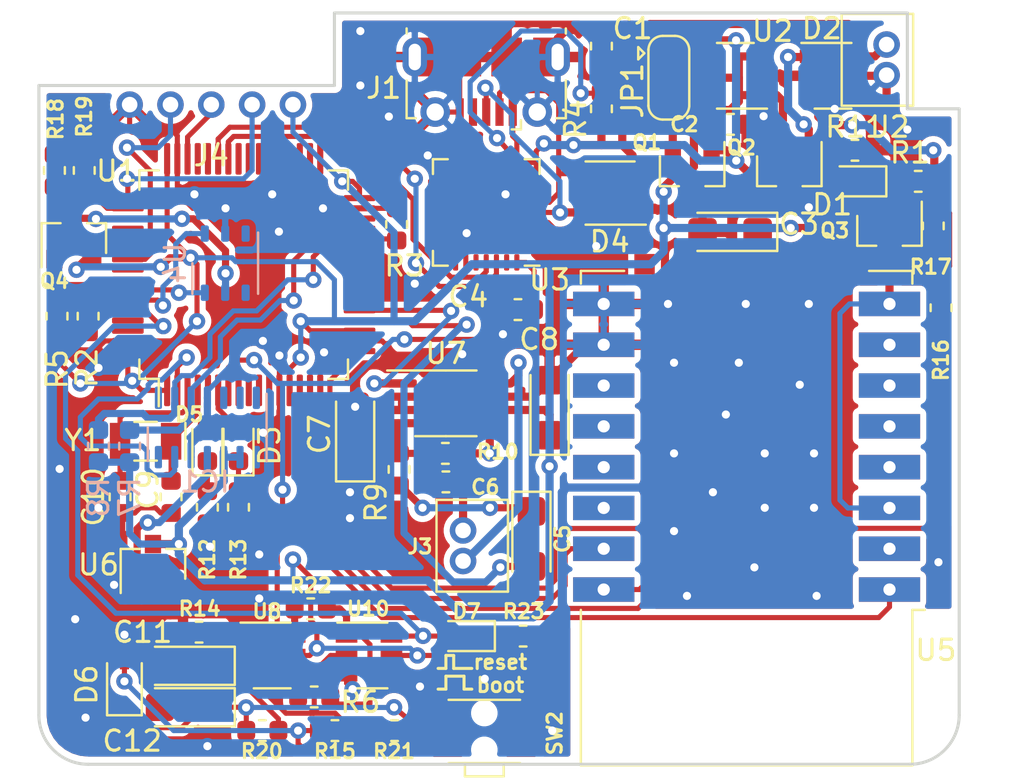
<source format=kicad_pcb>
(kicad_pcb (version 20171130) (host pcbnew "(5.1.7)-1")
  (layers (0 F.Cu signal) (31 B.Cu signal) (34 B.Paste user hide) (35 F.Paste user hide) (36 B.SilkS user) (37 F.SilkS user) (38 B.Mask user) (39 F.Mask user) (44 Edge.Cuts user))
  (net 0 "")
  (net 1 GND)
  (net 2 +5V)
  (net 3 "Net-(C2-Pad1)")
  (net 4 +3V3)
  (net 5 "Net-(D1-Pad1)")
  (net 6 "Net-(D2-Pad3)")
  (net 7 /Rst_wifi)
  (net 8 /En_wifi)
  (net 9 "Net-(R3-Pad2)")
  (net 10 "Net-(R4-Pad1)")
  (net 11 /DIO)
  (net 12 /CLK)
  (net 13 "Net-(C4-Pad2)")
  (net 14 /res)
  (net 15 /audio)
  (net 16 "Net-(C5-Pad1)")
  (net 17 "Net-(C6-Pad2)")
  (net 18 "Net-(C6-Pad1)")
  (net 19 "Net-(C7-Pad1)")
  (net 20 "Net-(C10-Pad1)")
  (net 21 "Net-(D2-Pad5)")
  (net 22 "Net-(D3-Pad2)")
  (net 23 "Net-(D3-Pad1)")
  (net 24 "Net-(D4-Pad4)")
  (net 25 "Net-(D4-Pad3)")
  (net 26 "Net-(D5-Pad2)")
  (net 27 "Net-(D5-Pad1)")
  (net 28 "Net-(IC1-Pad11)")
  (net 29 /SDA_puls)
  (net 30 /SCL_puls)
  (net 31 "Net-(J3-Pad1)")
  (net 32 /SWO)
  (net 33 "Net-(Q1-Pad3)")
  (net 34 /SDA_temp)
  (net 35 /SCL_temp)
  (net 36 /Tx_debug)
  (net 37 /Rx_debug)
  (net 38 /audio_on)
  (net 39 /Rx_wifi)
  (net 40 /Tx_wifi)
  (net 41 "Net-(C9-Pad1)")
  (net 42 "Net-(C11-Pad1)")
  (net 43 "Net-(D6-Pad2)")
  (net 44 /boot0)
  (net 45 /int_puls)
  (net 46 "Net-(Q3-Pad3)")
  (net 47 "Net-(Q3-Pad1)")
  (net 48 "Net-(Q4-Pad3)")
  (net 49 "Net-(Q4-Pad1)")
  (net 50 /temp_on)
  (net 51 "Net-(C12-Pad1)")
  (net 52 "Net-(R22-Pad2)")
  (net 53 "Net-(R22-Pad1)")
  (net 54 "Net-(D7-Pad1)")
  (module body_temp:ZH_Conn_02x01 (layer F.Cu) (at 59.134 19.653 270)
    (fp_text reference J2 (at 0.54 2.746 180) (layer F.SilkS))
    (fp_text value "Аккумулятор  на плату")
    (pad 1 thru_hole circle (at -3.5 3 270) (size 1.3 1.3) (drill 0.762) (layers *.Cu *.Mask) (net 21 "Net-(D2-Pad5)"))
    (pad 2 thru_hole circle (at -2 3 270) (size 1.3 1.3) (drill 0.762) (layers *.Cu *.Mask) (net 1 GND))
  )
  (module body_temp:ZH_Conn_02x01 (layer F.Cu) (at 32.385 37.973 90)
    (fp_text reference J3 (at -2.794 0.889 180) (layer F.SilkS) (effects (font (size 0.7 0.7))))
    (fp_text value "Динамик на плату")
    (pad 1 thru_hole circle (at -3.5 3 90) (size 1.3 1.3) (drill 0.762) (layers *.Cu *.Mask) (net 31 "Net-(J3-Pad1)"))
    (pad 2 thru_hole circle (at -2 3 90) (size 1.3 1.3) (drill 0.762) (layers *.Cu *.Mask) (net 18 "Net-(C6-Pad1)"))
  )
  (module Resistor_SMD:R_0603_1608Metric (layer F.Cu) (at 38.3285 45.151)
    (fp_text reference R23 (at 0.0255 -1.209) (layer F.SilkS) (effects (font (size 0.7 0.7))))
    (fp_text value 1k)
    (pad 2 smd roundrect (at 0.7875 0) (size 0.875 0.95) (layers F.Cu F.Paste F.Mask) (net 1 GND))
    (pad 1 smd roundrect (at -0.7875 0) (size 0.875 0.95) (layers F.Cu F.Paste F.Mask) (net 54 "Net-(D7-Pad1)"))
  )
  (module LED_SMD:LED_0603_1608Metric (layer F.Cu) (at 35.4585 45.151 180)
    (fp_text reference D7 (at -0.1015 1.209) (layer F.SilkS) (effects (font (size 0.7 0.7))))
    (fp_text value "Прог. вкл")
    (pad 2 smd roundrect (at 0.7875 0 180) (size 0.875 0.95) (layers F.Cu F.Paste F.Mask) (net 44 /boot0))
    (pad 1 smd roundrect (at -0.7875 0 180) (size 0.875 0.95) (layers F.Cu F.Paste F.Mask) (net 54 "Net-(D7-Pad1)"))
  )
  (module body_temp:ds1066-05m_2.0mm (layer F.Cu) (at 23.051 22.098 180)
    (fp_text reference J4 (at 0 0.5) (layer F.SilkS))
    (fp_text value ST-Link)
    (pad 5 thru_hole circle (at 4 3 180) (size 1.3 1.3) (drill 0.762) (layers *.Cu *.Mask) (net 1 GND))
    (pad 4 thru_hole circle (at 2 3 180) (size 1.3 1.3) (drill 0.762) (layers *.Cu *.Mask) (net 32 /SWO))
    (pad 3 thru_hole circle (at 0 3 180) (size 1.3 1.3) (drill 0.762) (layers *.Cu *.Mask) (net 11 /DIO))
    (pad 2 thru_hole circle (at -2 3 180) (size 1.3 1.3) (drill 0.762) (layers *.Cu *.Mask) (net 12 /CLK))
    (pad 1 thru_hole circle (at -4 3 180) (size 1.3 1.3) (drill 0.762) (layers *.Cu *.Mask) (net 4 +3V3))
  )
  (module Package_TO_SOT_SMD:SOT-23-6 (layer F.Cu) (at 30.777 46.101)
    (fp_text reference U10 (at -0.043 -2.286) (layer F.SilkS) (effects (font (size 0.7 0.7))))
    (fp_text value 74LVC2G14)
    (pad 5 smd rect (at 1.1 0) (size 1.06 0.65) (layers F.Cu F.Paste F.Mask) (net 4 +3V3))
    (pad 6 smd rect (at 1.1 -0.95) (size 1.06 0.65) (layers F.Cu F.Paste F.Mask) (net 44 /boot0))
    (pad 4 smd rect (at 1.1 0.95) (size 1.06 0.65) (layers F.Cu F.Paste F.Mask) (net 52 "Net-(R22-Pad2)"))
    (pad 3 smd rect (at -1.1 0.95) (size 1.06 0.65) (layers F.Cu F.Paste F.Mask) (net 51 "Net-(C12-Pad1)"))
    (pad 2 smd rect (at -1.1 0) (size 1.06 0.65) (layers F.Cu F.Paste F.Mask) (net 1 GND))
    (pad 1 smd rect (at -1.1 -0.95) (size 1.06 0.65) (layers F.Cu F.Paste F.Mask) (net 52 "Net-(R22-Pad2)"))
  )
  (module Package_TO_SOT_SMD:SOT-23-6 (layer F.Cu) (at 26.035 46.101)
    (fp_text reference U8 (at -0.254 -2.159) (layer F.SilkS) (effects (font (size 0.7 0.7))))
    (fp_text value 74LVC2G14)
    (pad 5 smd rect (at 1.1 0) (size 1.06 0.65) (layers F.Cu F.Paste F.Mask) (net 4 +3V3))
    (pad 6 smd rect (at 1.1 -0.95) (size 1.06 0.65) (layers F.Cu F.Paste F.Mask) (net 53 "Net-(R22-Pad1)"))
    (pad 4 smd rect (at 1.1 0.95) (size 1.06 0.65) (layers F.Cu F.Paste F.Mask) (net 14 /res))
    (pad 3 smd rect (at -1.1 0.95) (size 1.06 0.65) (layers F.Cu F.Paste F.Mask) (net 43 "Net-(D6-Pad2)"))
    (pad 2 smd rect (at -1.1 0) (size 1.06 0.65) (layers F.Cu F.Paste F.Mask) (net 1 GND))
    (pad 1 smd rect (at -1.1 -0.95) (size 1.06 0.65) (layers F.Cu F.Paste F.Mask) (net 42 "Net-(C11-Pad1)"))
  )
  (module body_temp:SW_SPST_EVQP7C (layer F.Cu) (at 36.427 49.826)
    (fp_text reference SW2 (at 3.451 0.085 90) (layer F.SilkS) (effects (font (size 0.7 0.7))))
    (fp_text value Prog_button)
    (pad 1 smd rect (at 1.8 -0.72) (size 1.4 1.05) (layers F.Cu F.Paste F.Mask) (net 4 +3V3))
    (pad 1 smd rect (at -1.8 -0.72) (size 1.4 1.05) (layers F.Cu F.Paste F.Mask) (net 4 +3V3))
    (pad 2 smd rect (at 1.8 0.72) (size 1.4 1.05) (layers F.Cu F.Paste F.Mask) (net 43 "Net-(D6-Pad2)"))
    (pad 2 smd rect (at -1.8 0.72) (size 1.4 1.05) (layers F.Cu F.Paste F.Mask) (net 43 "Net-(D6-Pad2)"))
    (pad "" np_thru_hole circle (at 0 -0.9) (size 0.7 0.7) (drill 0.7) (layers *.Cu *.Mask))
    (pad "" np_thru_hole circle (at 0 0.9) (size 0.7 0.7) (drill 0.7) (layers *.Cu *.Mask))
  )
  (module Resistor_SMD:R_0603_1608Metric (layer F.Cu) (at 27.9225 43.815)
    (fp_text reference R22 (at 0 -1.143) (layer F.SilkS) (effects (font (size 0.7 0.7))))
    (fp_text value 10k)
    (pad 2 smd roundrect (at 0.7875 0) (size 0.875 0.95) (layers F.Cu F.Paste F.Mask) (net 52 "Net-(R22-Pad2)"))
    (pad 1 smd roundrect (at -0.7875 0) (size 0.875 0.95) (layers F.Cu F.Paste F.Mask) (net 53 "Net-(R22-Pad1)"))
  )
  (module Resistor_SMD:R_0603_1608Metric (layer F.Cu) (at 32.0295 49.784 180)
    (fp_text reference R21 (at 0.0255 -1.016) (layer F.SilkS) (effects (font (size 0.7 0.7))))
    (fp_text value 150k)
    (pad 2 smd roundrect (at 0.7875 0 180) (size 0.875 0.95) (layers F.Cu F.Paste F.Mask) (net 1 GND))
    (pad 1 smd roundrect (at -0.7875 0 180) (size 0.875 0.95) (layers F.Cu F.Paste F.Mask) (net 51 "Net-(C12-Pad1)"))
  )
  (module Resistor_SMD:R_0603_1608Metric (layer F.Cu) (at 25.5525 49.784 180)
    (fp_text reference R20 (at 0.0255 -1.016) (layer F.SilkS) (effects (font (size 0.7 0.7))))
    (fp_text value 50k)
    (pad 2 smd roundrect (at 0.7875 0 180) (size 0.875 0.95) (layers F.Cu F.Paste F.Mask) (net 51 "Net-(C12-Pad1)"))
    (pad 1 smd roundrect (at -0.7875 0 180) (size 0.875 0.95) (layers F.Cu F.Paste F.Mask) (net 43 "Net-(D6-Pad2)"))
  )
  (module Resistor_SMD:R_0603_1608Metric (layer F.Cu) (at 29.1085 49.784 180)
    (fp_text reference R15 (at 0 -1.016) (layer F.SilkS) (effects (font (size 0.7 0.7))))
    (fp_text value 10k)
    (pad 2 smd roundrect (at 0.7875 0 180) (size 0.875 0.95) (layers F.Cu F.Paste F.Mask) (net 43 "Net-(D6-Pad2)"))
    (pad 1 smd roundrect (at -0.7875 0 180) (size 0.875 0.95) (layers F.Cu F.Paste F.Mask) (net 1 GND))
  )
  (module Resistor_SMD:R_0603_1608Metric (layer F.Cu) (at 22.4535 44.958 180)
    (fp_text reference R14 (at -0.0255 1.143) (layer F.SilkS) (effects (font (size 0.7 0.7))))
    (fp_text value 50k)
    (pad 2 smd roundrect (at 0.7875 0 180) (size 0.875 0.95) (layers F.Cu F.Paste F.Mask) (net 1 GND))
    (pad 1 smd roundrect (at -0.7875 0 180) (size 0.875 0.95) (layers F.Cu F.Paste F.Mask) (net 42 "Net-(C11-Pad1)"))
  )
  (module Resistor_SMD:R_0603_1608Metric (layer F.Cu) (at 28.0925 48.133 180)
    (fp_text reference R6 (at -2.2605 -0.254) (layer F.SilkS))
    (fp_text value 10k)
    (pad 2 smd roundrect (at 0.7875 0 180) (size 0.875 0.95) (layers F.Cu F.Paste F.Mask) (net 14 /res))
    (pad 1 smd roundrect (at -0.7875 0 180) (size 0.875 0.95) (layers F.Cu F.Paste F.Mask) (net 52 "Net-(R22-Pad2)"))
  )
  (module Diode_SMD:D_SOD-323 (layer F.Cu) (at 18.796 47.532 90)
    (fp_text reference D6 (at 0 -1.85 90) (layer F.SilkS))
    (fp_text value BAS316)
    (pad 2 smd rect (at 1.05 0 90) (size 0.6 0.45) (layers F.Cu F.Paste F.Mask) (net 43 "Net-(D6-Pad2)"))
    (pad 1 smd rect (at -1.05 0 90) (size 0.6 0.45) (layers F.Cu F.Paste F.Mask) (net 42 "Net-(C11-Pad1)"))
  )
  (module Capacitor_Tantalum_SMD:CP_EIA-3216-18_Kemet-A (layer F.Cu) (at 21.891 48.641 180)
    (fp_text reference C12 (at 2.714 -1.651) (layer F.SilkS))
    (fp_text value 10uF)
    (pad 2 smd roundrect (at 1.35 0 180) (size 1.4 1.35) (layers F.Cu F.Paste F.Mask) (roundrect_rratio 0.185185) (net 1 GND))
    (pad 1 smd roundrect (at -1.35 0 180) (size 1.4 1.35) (layers F.Cu F.Paste F.Mask) (roundrect_rratio 0.185185) (net 51 "Net-(C12-Pad1)"))
  )
  (module Capacitor_Tantalum_SMD:CP_EIA-3216-18_Kemet-A (layer F.Cu) (at 21.891 46.609 180)
    (fp_text reference C11 (at 2.206 1.651) (layer F.SilkS))
    (fp_text value 10uF)
    (pad 2 smd roundrect (at 1.35 0 180) (size 1.4 1.35) (layers F.Cu F.Paste F.Mask) (roundrect_rratio 0.185185) (net 1 GND))
    (pad 1 smd roundrect (at -1.35 0 180) (size 1.4 1.35) (layers F.Cu F.Paste F.Mask) (roundrect_rratio 0.185185) (net 42 "Net-(C11-Pad1)"))
  )
  (module Resistor_SMD:R_0603_1608Metric (layer F.Cu) (at 16.8275 22.3265 270)
    (fp_text reference R19 (at -2.6415 0 90) (layer F.SilkS) (effects (font (size 0.7 0.7))))
    (fp_text value 100)
    (pad 2 smd roundrect (at 0.7875 0 270) (size 0.875 0.95) (layers F.Cu F.Paste F.Mask) (net 49 "Net-(Q4-Pad1)"))
    (pad 1 smd roundrect (at -0.7875 0 270) (size 0.875 0.95) (layers F.Cu F.Paste F.Mask) (net 50 /temp_on))
  )
  (module Resistor_SMD:R_0603_1608Metric (layer F.Cu) (at 15.367 22.3265 270)
    (fp_text reference R18 (at -2.5145 -0.0635 90) (layer F.SilkS) (effects (font (size 0.7 0.7))))
    (fp_text value 10k)
    (pad 2 smd roundrect (at 0.7875 0 270) (size 0.875 0.95) (layers F.Cu F.Paste F.Mask) (net 49 "Net-(Q4-Pad1)"))
    (pad 1 smd roundrect (at -0.7875 0 270) (size 0.875 0.95) (layers F.Cu F.Paste F.Mask) (net 1 GND))
  )
  (module Resistor_SMD:R_0603_1608Metric (layer F.Cu) (at 58.42 25.0445 90)
    (fp_text reference R17 (at -2.0065 -0.127 180) (layer F.SilkS) (effects (font (size 0.7 0.7))))
    (fp_text value 10k)
    (pad 2 smd roundrect (at 0.7875 0 90) (size 0.875 0.95) (layers F.Cu F.Paste F.Mask) (net 47 "Net-(Q3-Pad1)"))
    (pad 1 smd roundrect (at -0.7875 0 90) (size 0.875 0.95) (layers F.Cu F.Paste F.Mask) (net 1 GND))
  )
  (module Resistor_SMD:R_0603_1608Metric (layer F.Cu) (at 58.801 29.0575 90)
    (fp_text reference R16 (at -2.5655 0 90) (layer F.SilkS) (effects (font (size 0.7 0.7))))
    (fp_text value 100)
    (pad 2 smd roundrect (at 0.7875 0 90) (size 0.875 0.95) (layers F.Cu F.Paste F.Mask) (net 47 "Net-(Q3-Pad1)"))
    (pad 1 smd roundrect (at -0.7875 0 90) (size 0.875 0.95) (layers F.Cu F.Paste F.Mask) (net 8 /En_wifi))
  )
  (module Package_TO_SOT_SMD:SOT-23 (layer F.Cu) (at 16.317 25.67 90)
    (fp_text reference Q4 (at -2.0795 -0.95 180) (layer F.SilkS) (effects (font (size 0.7 0.7))))
    (fp_text value IRLML6402)
    (pad 3 smd rect (at 1 0 90) (size 0.9 0.8) (layers F.Cu F.Paste F.Mask) (net 48 "Net-(Q4-Pad3)"))
    (pad 2 smd rect (at -1 0.95 90) (size 0.9 0.8) (layers F.Cu F.Paste F.Mask) (net 4 +3V3))
    (pad 1 smd rect (at -1 -0.95 90) (size 0.9 0.8) (layers F.Cu F.Paste F.Mask) (net 49 "Net-(Q4-Pad1)"))
  )
  (module Package_TO_SOT_SMD:SOT-23 (layer F.Cu) (at 56.276 25.257 270)
    (fp_text reference Q3 (at 0.016 2.682 180) (layer F.SilkS) (effects (font (size 0.7 0.7))))
    (fp_text value IRLML6402)
    (pad 3 smd rect (at 1 0 270) (size 0.9 0.8) (layers F.Cu F.Paste F.Mask) (net 46 "Net-(Q3-Pad3)"))
    (pad 2 smd rect (at -1 0.95 270) (size 0.9 0.8) (layers F.Cu F.Paste F.Mask) (net 4 +3V3))
    (pad 1 smd rect (at -1 -0.95 270) (size 0.9 0.8) (layers F.Cu F.Paste F.Mask) (net 47 "Net-(Q3-Pad1)"))
  )
  (module body_temp:MSOP-8-1EP_3x3mm_P0.65mm_EP1.95x2.15mm (layer F.Cu) (at 34.544 33.741)
    (fp_text reference U7 (at 0 -2.45) (layer F.SilkS))
    (fp_text value TPA301)
    (pad 9 smd roundrect (at 0 0) (size 1.95 2.15) (layers F.Cu F.Mask) (roundrect_rratio 0.128205))
    (pad 1 smd roundrect (at -2.15 -0.975) (size 1.45 0.4) (layers F.Cu F.Paste F.Mask) (net 38 /audio_on))
    (pad 2 smd roundrect (at -2.15 -0.325) (size 1.45 0.4) (layers F.Cu F.Paste F.Mask) (net 19 "Net-(C7-Pad1)"))
    (pad 3 smd roundrect (at -2.15 0.325) (size 1.45 0.4) (layers F.Cu F.Paste F.Mask) (net 19 "Net-(C7-Pad1)"))
    (pad 4 smd roundrect (at -2.15 0.975) (size 1.45 0.4) (layers F.Cu F.Paste F.Mask) (net 17 "Net-(C6-Pad2)"))
    (pad 5 smd roundrect (at 2.15 0.975) (size 1.45 0.4) (layers F.Cu F.Paste F.Mask) (net 18 "Net-(C6-Pad1)"))
    (pad 6 smd roundrect (at 2.15 0.325) (size 1.45 0.4) (layers F.Cu F.Paste F.Mask) (net 4 +3V3))
    (pad 7 smd roundrect (at 2.15 -0.325) (size 1.45 0.4) (layers F.Cu F.Paste F.Mask) (net 1 GND))
    (pad 8 smd roundrect (at 2.15 -0.975) (size 1.45 0.4) (layers F.Cu F.Paste F.Mask) (net 31 "Net-(J3-Pad1)"))
  )
  (module body_temp:Maxim_OLGA-14_3.3x5.6mm_P0.8mm (layer B.Cu) (at 22.86 34.925 270)
    (fp_text reference IC1 (at 2.667 0.127) (layer B.SilkS) (effects (justify mirror)))
    (fp_text value MAX30102)
    (pad 14 smd roundrect (at 1.454 2.4 270) (size 1.1 0.35) (layers B.Cu B.Paste B.Mask))
    (pad 13 smd roundrect (at 1.454 1.6 270) (size 1.1 0.35) (layers B.Cu B.Paste B.Mask) (net 45 /int_puls))
    (pad 12 smd roundrect (at 1.454 0.8 270) (size 1.1 0.35) (layers B.Cu B.Paste B.Mask) (net 1 GND))
    (pad 11 smd roundrect (at 1.454 0 270) (size 1.1 0.35) (layers B.Cu B.Paste B.Mask) (net 28 "Net-(IC1-Pad11)"))
    (pad 10 smd roundrect (at 1.454 -0.8 270) (size 1.1 0.35) (layers B.Cu B.Paste B.Mask) (net 4 +3V3))
    (pad 9 smd roundrect (at 1.454 -1.6 270) (size 1.1 0.35) (layers B.Cu B.Paste B.Mask) (net 4 +3V3))
    (pad 8 smd roundrect (at 1.454 -2.4 270) (size 1.1 0.35) (layers B.Cu B.Paste B.Mask))
    (pad 7 smd roundrect (at -1.454 -2.4 270) (size 1.1 0.35) (layers B.Cu B.Paste B.Mask))
    (pad 6 smd roundrect (at -1.454 -1.6 270) (size 1.1 0.35) (layers B.Cu B.Paste B.Mask))
    (pad 5 smd roundrect (at -1.454 -0.8 270) (size 1.1 0.35) (layers B.Cu B.Paste B.Mask))
    (pad 4 smd roundrect (at -1.454 0 270) (size 1.1 0.35) (layers B.Cu B.Paste B.Mask) (net 1 GND))
    (pad 3 smd roundrect (at -1.454 0.8 270) (size 1.1 0.35) (layers B.Cu B.Paste B.Mask) (net 29 /SDA_puls))
    (pad 2 smd roundrect (at -1.454 1.6 270) (size 1.1 0.35) (layers B.Cu B.Paste B.Mask) (net 30 /SCL_puls))
    (pad 1 smd roundrect (at -1.454 2.4 270) (size 1.1 0.35) (layers B.Cu B.Paste B.Mask))
  )
  (module Resistor_SMD:R_0603_1608Metric (layer F.Cu) (at 34.5185 36.195 180)
    (fp_text reference R10 (at -2.5655 0.076) (layer F.SilkS) (effects (font (size 0.7 0.7))))
    (fp_text value 50k)
    (pad 2 smd roundrect (at 0.7875 0 180) (size 0.875 0.95) (layers F.Cu F.Paste F.Mask) (net 17 "Net-(C6-Pad2)"))
    (pad 1 smd roundrect (at -0.7875 0 180) (size 0.875 0.95) (layers F.Cu F.Paste F.Mask) (net 18 "Net-(C6-Pad1)"))
  )
  (module Capacitor_Tantalum_SMD:CP_EIA-3216-18_Kemet-A (layer F.Cu) (at 48.467 25.3365 180)
    (fp_text reference C3 (at -3.382 0.381) (layer F.SilkS))
    (fp_text value 1uF)
    (pad 2 smd roundrect (at 1.35 0 180) (size 1.4 1.35) (layers F.Cu F.Paste F.Mask) (roundrect_rratio 0.185185) (net 1 GND))
    (pad 1 smd roundrect (at -1.35 0 180) (size 1.4 1.35) (layers F.Cu F.Paste F.Mask) (roundrect_rratio 0.185185) (net 4 +3V3))
  )
  (module Crystal:Crystal_SMD_G8-2Pin_3.2x1.5mm (layer F.Cu) (at 19.832 35.6 180)
    (fp_text reference Y1 (at 3.068 0.04) (layer F.SilkS))
    (fp_text value Crystal)
    (pad 2 smd rect (at 1.25 0 180) (size 1 1.8) (layers F.Cu F.Paste F.Mask) (net 20 "Net-(C10-Pad1)"))
    (pad 1 smd rect (at -1.25 0 180) (size 1 1.8) (layers F.Cu F.Paste F.Mask) (net 41 "Net-(C9-Pad1)"))
  )
  (module Package_TO_SOT_SMD:SOT-23 (layer F.Cu) (at 20.193 41.64 90)
    (fp_text reference U6 (at -0.016 -2.667) (layer F.SilkS))
    (fp_text value MCP1700-1202E_SOT23)
    (pad 3 smd rect (at 1 0 90) (size 0.9 0.8) (layers F.Cu F.Paste F.Mask) (net 4 +3V3))
    (pad 2 smd rect (at -1 0.95 90) (size 0.9 0.8) (layers F.Cu F.Paste F.Mask) (net 28 "Net-(IC1-Pad11)"))
    (pad 1 smd rect (at -1 -0.95 90) (size 0.9 0.8) (layers F.Cu F.Paste F.Mask) (net 1 GND))
  )
  (module body_temp:ESP-12E (layer F.Cu) (at 49.276 39.37 180)
    (fp_text reference U5 (at -9.271 -6.477) (layer F.SilkS))
    (fp_text value ESP-12F)
    (pad 1 thru_hole rect (at -7 -3.5 180) (size 3 1.2) (drill 0.6) (layers *.Cu *.Mask) (net 7 /Rst_wifi))
    (pad 2 thru_hole rect (at -7 -1.5 180) (size 3 1.2) (drill 0.6) (layers *.Cu *.Mask))
    (pad 3 thru_hole rect (at -7 0.5 180) (size 3 1.2) (drill 0.6) (layers *.Cu *.Mask) (net 46 "Net-(Q3-Pad3)"))
    (pad 4 thru_hole rect (at -7 2.5 180) (size 3 1.2) (drill 0.6) (layers *.Cu *.Mask))
    (pad 5 thru_hole rect (at -7 4.5 180) (size 3 1.2) (drill 0.6) (layers *.Cu *.Mask))
    (pad 6 thru_hole rect (at -7 6.5 180) (size 3 1.2) (drill 0.6) (layers *.Cu *.Mask))
    (pad 7 thru_hole rect (at -7 8.5 180) (size 3 1.2) (drill 0.6) (layers *.Cu *.Mask))
    (pad 8 thru_hole rect (at -7 10.5 180) (size 3 1.2) (drill 0.6) (layers *.Cu *.Mask) (net 46 "Net-(Q3-Pad3)"))
    (pad 9 smd rect (at -5 12.45 180) (size 1 1) (layers F.Cu F.Paste F.Mask))
    (pad 10 smd rect (at -3 12.45 180) (size 1 1) (layers F.Cu F.Paste F.Mask))
    (pad 11 smd rect (at -1 12.45 180) (size 1 1) (layers F.Cu F.Paste F.Mask))
    (pad 12 smd rect (at 1 12.45 180) (size 1 1) (layers F.Cu F.Paste F.Mask))
    (pad 13 smd rect (at 3 12.45 180) (size 1 1) (layers F.Cu F.Paste F.Mask))
    (pad 14 smd rect (at 5 12.45 180) (size 1 1) (layers F.Cu F.Paste F.Mask))
    (pad 15 thru_hole rect (at 7 10.5 180) (size 3 1.2) (drill 0.6) (layers *.Cu *.Mask) (net 1 GND))
    (pad 16 thru_hole rect (at 7 8.5 180) (size 3 1.2) (drill 0.6) (layers *.Cu *.Mask) (net 1 GND))
    (pad 17 thru_hole rect (at 7 6.5 180) (size 3 1.2) (drill 0.6) (layers *.Cu *.Mask))
    (pad 18 thru_hole rect (at 7 4.5 180) (size 3 1.2) (drill 0.6) (layers *.Cu *.Mask))
    (pad 19 thru_hole rect (at 7 2.5 180) (size 3 1.2) (drill 0.6) (layers *.Cu *.Mask))
    (pad 20 thru_hole rect (at 7 0.5 180) (size 3 1.2) (drill 0.6) (layers *.Cu *.Mask))
    (pad 21 thru_hole rect (at 7 -1.5 180) (size 3 1.2) (drill 0.6) (layers *.Cu *.Mask) (net 40 /Tx_wifi))
    (pad 22 thru_hole rect (at 7 -3.5 180) (size 3 1.2) (drill 0.6) (layers *.Cu *.Mask) (net 39 /Rx_wifi))
  )
  (module body_temp:DFN-6-1EP_3x3mm_P1mm_EP1.5x2.4mm (layer B.Cu) (at 23.733 26.871 270)
    (fp_text reference U4 (at 0 2.45 90) (layer B.SilkS) (effects (justify mirror)))
    (fp_text value Si7051-A20)
    (pad 6 smd roundrect (at 1.45 1 270) (size 0.8 0.4) (layers B.Cu B.Paste B.Mask) (net 35 /SCL_temp))
    (pad 5 smd roundrect (at 1.45 0 270) (size 0.8 0.4) (layers B.Cu B.Paste B.Mask) (net 48 "Net-(Q4-Pad3)"))
    (pad 4 smd roundrect (at 1.45 -1 270) (size 0.8 0.4) (layers B.Cu B.Paste B.Mask))
    (pad 3 smd roundrect (at -1.45 -1 270) (size 0.8 0.4) (layers B.Cu B.Paste B.Mask))
    (pad 2 smd roundrect (at -1.45 0 270) (size 0.8 0.4) (layers B.Cu B.Paste B.Mask) (net 1 GND))
    (pad 1 smd roundrect (at -1.45 1 270) (size 0.8 0.4) (layers B.Cu B.Paste B.Mask) (net 34 /SDA_temp))
  )
  (module Package_DFN_QFN:QFN-28-1EP_5x5mm_P0.5mm_EP3.35x3.35mm (layer F.Cu) (at 36.52 24.384 180)
    (fp_text reference U3 (at -3.104 -3.302) (layer F.SilkS))
    (fp_text value CP2102N-A01-GQFN28)
    (pad 28 smd roundrect (at -1.5 -2.45 180) (size 0.25 0.8) (layers F.Cu F.Paste F.Mask) (net 13 "Net-(C4-Pad2)"))
    (pad 27 smd roundrect (at -1 -2.45 180) (size 0.25 0.8) (layers F.Cu F.Paste F.Mask))
    (pad 26 smd roundrect (at -0.5 -2.45 180) (size 0.25 0.8) (layers F.Cu F.Paste F.Mask) (net 36 /Tx_debug))
    (pad 25 smd roundrect (at 0 -2.45 180) (size 0.25 0.8) (layers F.Cu F.Paste F.Mask) (net 37 /Rx_debug))
    (pad 24 smd roundrect (at 0.5 -2.45 180) (size 0.25 0.8) (layers F.Cu F.Paste F.Mask))
    (pad 23 smd roundrect (at 1 -2.45 180) (size 0.25 0.8) (layers F.Cu F.Paste F.Mask))
    (pad 22 smd roundrect (at 1.5 -2.45 180) (size 0.25 0.8) (layers F.Cu F.Paste F.Mask))
    (pad 21 smd roundrect (at 2.45 -1.5 180) (size 0.8 0.25) (layers F.Cu F.Paste F.Mask))
    (pad 20 smd roundrect (at 2.45 -1 180) (size 0.8 0.25) (layers F.Cu F.Paste F.Mask))
    (pad 19 smd roundrect (at 2.45 -0.5 180) (size 0.8 0.25) (layers F.Cu F.Paste F.Mask))
    (pad 18 smd roundrect (at 2.45 0 180) (size 0.8 0.25) (layers F.Cu F.Paste F.Mask))
    (pad 17 smd roundrect (at 2.45 0.5 180) (size 0.8 0.25) (layers F.Cu F.Paste F.Mask))
    (pad 16 smd roundrect (at 2.45 1 180) (size 0.8 0.25) (layers F.Cu F.Paste F.Mask))
    (pad 15 smd roundrect (at 2.45 1.5 180) (size 0.8 0.25) (layers F.Cu F.Paste F.Mask))
    (pad 14 smd roundrect (at 1.5 2.45 180) (size 0.25 0.8) (layers F.Cu F.Paste F.Mask))
    (pad 13 smd roundrect (at 1 2.45 180) (size 0.25 0.8) (layers F.Cu F.Paste F.Mask))
    (pad 12 smd roundrect (at 0.5 2.45 180) (size 0.25 0.8) (layers F.Cu F.Paste F.Mask))
    (pad 11 smd roundrect (at 0 2.45 180) (size 0.25 0.8) (layers F.Cu F.Paste F.Mask))
    (pad 10 smd roundrect (at -0.5 2.45 180) (size 0.25 0.8) (layers F.Cu F.Paste F.Mask))
    (pad 9 smd roundrect (at -1 2.45 180) (size 0.25 0.8) (layers F.Cu F.Paste F.Mask) (net 10 "Net-(R4-Pad1)"))
    (pad 8 smd roundrect (at -1.5 2.45 180) (size 0.25 0.8) (layers F.Cu F.Paste F.Mask) (net 2 +5V))
    (pad 7 smd roundrect (at -2.45 1.5 180) (size 0.8 0.25) (layers F.Cu F.Paste F.Mask) (net 2 +5V))
    (pad 6 smd roundrect (at -2.45 1 180) (size 0.8 0.25) (layers F.Cu F.Paste F.Mask))
    (pad 5 smd roundrect (at -2.45 0.5 180) (size 0.8 0.25) (layers F.Cu F.Paste F.Mask) (net 25 "Net-(D4-Pad3)"))
    (pad 4 smd roundrect (at -2.45 0 180) (size 0.8 0.25) (layers F.Cu F.Paste F.Mask) (net 24 "Net-(D4-Pad4)"))
    (pad 3 smd roundrect (at -2.45 -0.5 180) (size 0.8 0.25) (layers F.Cu F.Paste F.Mask) (net 1 GND))
    (pad 2 smd roundrect (at -2.45 -1 180) (size 0.8 0.25) (layers F.Cu F.Paste F.Mask))
    (pad 1 smd roundrect (at -2.45 -1.5 180) (size 0.8 0.25) (layers F.Cu F.Paste F.Mask))
    (pad 29 smd roundrect (at 0 0 180) (size 3.35 3.35) (layers F.Cu F.Mask) (roundrect_rratio 0.074627) (net 1 GND))
  )
  (module Package_TO_SOT_SMD:SOT-23-5 (layer F.Cu) (at 48.725 17.685 180)
    (fp_text reference U2 (at -1.821 2.191) (layer F.SilkS))
    (fp_text value LP5907MFX-3.3)
    (pad 5 smd rect (at 1.1 -0.95 180) (size 1.06 0.65) (layers F.Cu F.Paste F.Mask) (net 4 +3V3))
    (pad 4 smd rect (at 1.1 0.95 180) (size 1.06 0.65) (layers F.Cu F.Paste F.Mask))
    (pad 3 smd rect (at -1.1 0.95 180) (size 1.06 0.65) (layers F.Cu F.Paste F.Mask) (net 3 "Net-(C2-Pad1)"))
    (pad 2 smd rect (at -1.1 0 180) (size 1.06 0.65) (layers F.Cu F.Paste F.Mask) (net 1 GND))
    (pad 1 smd rect (at -1.1 -0.95 180) (size 1.06 0.65) (layers F.Cu F.Paste F.Mask) (net 3 "Net-(C2-Pad1)"))
  )
  (module Package_QFP:LQFP-64_10x10mm_P0.5mm (layer F.Cu) (at 24.638 27.432 90)
    (fp_text reference U1 (at 5.08 -6.223 180) (layer F.SilkS))
    (fp_text value STM32F103RCTx)
    (pad 64 smd roundrect (at -3.75 -5.675 90) (size 0.3 1.55) (layers F.Cu F.Paste F.Mask) (net 4 +3V3))
    (pad 63 smd roundrect (at -3.25 -5.675 90) (size 0.3 1.55) (layers F.Cu F.Paste F.Mask) (net 1 GND))
    (pad 62 smd roundrect (at -2.75 -5.675 90) (size 0.3 1.55) (layers F.Cu F.Paste F.Mask))
    (pad 61 smd roundrect (at -2.25 -5.675 90) (size 0.3 1.55) (layers F.Cu F.Paste F.Mask))
    (pad 60 smd roundrect (at -1.75 -5.675 90) (size 0.3 1.55) (layers F.Cu F.Paste F.Mask) (net 44 /boot0))
    (pad 59 smd roundrect (at -1.25 -5.675 90) (size 0.3 1.55) (layers F.Cu F.Paste F.Mask) (net 34 /SDA_temp))
    (pad 58 smd roundrect (at -0.75 -5.675 90) (size 0.3 1.55) (layers F.Cu F.Paste F.Mask) (net 35 /SCL_temp))
    (pad 57 smd roundrect (at -0.25 -5.675 90) (size 0.3 1.55) (layers F.Cu F.Paste F.Mask))
    (pad 56 smd roundrect (at 0.25 -5.675 90) (size 0.3 1.55) (layers F.Cu F.Paste F.Mask))
    (pad 55 smd roundrect (at 0.75 -5.675 90) (size 0.3 1.55) (layers F.Cu F.Paste F.Mask) (net 32 /SWO))
    (pad 54 smd roundrect (at 1.25 -5.675 90) (size 0.3 1.55) (layers F.Cu F.Paste F.Mask))
    (pad 53 smd roundrect (at 1.75 -5.675 90) (size 0.3 1.55) (layers F.Cu F.Paste F.Mask))
    (pad 52 smd roundrect (at 2.25 -5.675 90) (size 0.3 1.55) (layers F.Cu F.Paste F.Mask))
    (pad 51 smd roundrect (at 2.75 -5.675 90) (size 0.3 1.55) (layers F.Cu F.Paste F.Mask))
    (pad 50 smd roundrect (at 3.25 -5.675 90) (size 0.3 1.55) (layers F.Cu F.Paste F.Mask) (net 50 /temp_on))
    (pad 49 smd roundrect (at 3.75 -5.675 90) (size 0.3 1.55) (layers F.Cu F.Paste F.Mask) (net 12 /CLK))
    (pad 48 smd roundrect (at 5.675 -3.75 90) (size 1.55 0.3) (layers F.Cu F.Paste F.Mask) (net 4 +3V3))
    (pad 47 smd roundrect (at 5.675 -3.25 90) (size 1.55 0.3) (layers F.Cu F.Paste F.Mask) (net 1 GND))
    (pad 46 smd roundrect (at 5.675 -2.75 90) (size 1.55 0.3) (layers F.Cu F.Paste F.Mask) (net 11 /DIO))
    (pad 45 smd roundrect (at 5.675 -2.25 90) (size 1.55 0.3) (layers F.Cu F.Paste F.Mask))
    (pad 44 smd roundrect (at 5.675 -1.75 90) (size 1.55 0.3) (layers F.Cu F.Paste F.Mask))
    (pad 43 smd roundrect (at 5.675 -1.25 90) (size 1.55 0.3) (layers F.Cu F.Paste F.Mask) (net 36 /Tx_debug))
    (pad 42 smd roundrect (at 5.675 -0.75 90) (size 1.55 0.3) (layers F.Cu F.Paste F.Mask) (net 37 /Rx_debug))
    (pad 41 smd roundrect (at 5.675 -0.25 90) (size 1.55 0.3) (layers F.Cu F.Paste F.Mask))
    (pad 40 smd roundrect (at 5.675 0.25 90) (size 1.55 0.3) (layers F.Cu F.Paste F.Mask))
    (pad 39 smd roundrect (at 5.675 0.75 90) (size 1.55 0.3) (layers F.Cu F.Paste F.Mask))
    (pad 38 smd roundrect (at 5.675 1.25 90) (size 1.55 0.3) (layers F.Cu F.Paste F.Mask))
    (pad 37 smd roundrect (at 5.675 1.75 90) (size 1.55 0.3) (layers F.Cu F.Paste F.Mask))
    (pad 36 smd roundrect (at 5.675 2.25 90) (size 1.55 0.3) (layers F.Cu F.Paste F.Mask))
    (pad 35 smd roundrect (at 5.675 2.75 90) (size 1.55 0.3) (layers F.Cu F.Paste F.Mask))
    (pad 34 smd roundrect (at 5.675 3.25 90) (size 1.55 0.3) (layers F.Cu F.Paste F.Mask))
    (pad 33 smd roundrect (at 5.675 3.75 90) (size 1.55 0.3) (layers F.Cu F.Paste F.Mask))
    (pad 32 smd roundrect (at 3.75 5.675 90) (size 0.3 1.55) (layers F.Cu F.Paste F.Mask) (net 4 +3V3))
    (pad 31 smd roundrect (at 3.25 5.675 90) (size 0.3 1.55) (layers F.Cu F.Paste F.Mask) (net 1 GND))
    (pad 30 smd roundrect (at 2.75 5.675 90) (size 0.3 1.55) (layers F.Cu F.Paste F.Mask) (net 29 /SDA_puls))
    (pad 29 smd roundrect (at 2.25 5.675 90) (size 0.3 1.55) (layers F.Cu F.Paste F.Mask) (net 30 /SCL_puls))
    (pad 28 smd roundrect (at 1.75 5.675 90) (size 0.3 1.55) (layers F.Cu F.Paste F.Mask) (net 9 "Net-(R3-Pad2)"))
    (pad 27 smd roundrect (at 1.25 5.675 90) (size 0.3 1.55) (layers F.Cu F.Paste F.Mask))
    (pad 26 smd roundrect (at 0.75 5.675 90) (size 0.3 1.55) (layers F.Cu F.Paste F.Mask))
    (pad 25 smd roundrect (at 0.25 5.675 90) (size 0.3 1.55) (layers F.Cu F.Paste F.Mask))
    (pad 24 smd roundrect (at -0.25 5.675 90) (size 0.3 1.55) (layers F.Cu F.Paste F.Mask))
    (pad 23 smd roundrect (at -0.75 5.675 90) (size 0.3 1.55) (layers F.Cu F.Paste F.Mask))
    (pad 22 smd roundrect (at -1.25 5.675 90) (size 0.3 1.55) (layers F.Cu F.Paste F.Mask))
    (pad 21 smd roundrect (at -1.75 5.675 90) (size 0.3 1.55) (layers F.Cu F.Paste F.Mask) (net 38 /audio_on))
    (pad 20 smd roundrect (at -2.25 5.675 90) (size 0.3 1.55) (layers F.Cu F.Paste F.Mask) (net 15 /audio))
    (pad 19 smd roundrect (at -2.75 5.675 90) (size 0.3 1.55) (layers F.Cu F.Paste F.Mask) (net 4 +3V3))
    (pad 18 smd roundrect (at -3.25 5.675 90) (size 0.3 1.55) (layers F.Cu F.Paste F.Mask) (net 1 GND))
    (pad 17 smd roundrect (at -3.75 5.675 90) (size 0.3 1.55) (layers F.Cu F.Paste F.Mask) (net 39 /Rx_wifi))
    (pad 16 smd roundrect (at -5.675 3.75 90) (size 1.55 0.3) (layers F.Cu F.Paste F.Mask) (net 40 /Tx_wifi))
    (pad 15 smd roundrect (at -5.675 3.25 90) (size 1.55 0.3) (layers F.Cu F.Paste F.Mask) (net 8 /En_wifi))
    (pad 14 smd roundrect (at -5.675 2.75 90) (size 1.55 0.3) (layers F.Cu F.Paste F.Mask) (net 7 /Rst_wifi))
    (pad 13 smd roundrect (at -5.675 2.25 90) (size 1.55 0.3) (layers F.Cu F.Paste F.Mask) (net 4 +3V3))
    (pad 12 smd roundrect (at -5.675 1.75 90) (size 1.55 0.3) (layers F.Cu F.Paste F.Mask) (net 1 GND))
    (pad 11 smd roundrect (at -5.675 1.25 90) (size 1.55 0.3) (layers F.Cu F.Paste F.Mask))
    (pad 10 smd roundrect (at -5.675 0.75 90) (size 1.55 0.3) (layers F.Cu F.Paste F.Mask))
    (pad 9 smd roundrect (at -5.675 0.25 90) (size 1.55 0.3) (layers F.Cu F.Paste F.Mask))
    (pad 8 smd roundrect (at -5.675 -0.25 90) (size 1.55 0.3) (layers F.Cu F.Paste F.Mask))
    (pad 7 smd roundrect (at -5.675 -0.75 90) (size 1.55 0.3) (layers F.Cu F.Paste F.Mask) (net 14 /res))
    (pad 6 smd roundrect (at -5.675 -1.25 90) (size 1.55 0.3) (layers F.Cu F.Paste F.Mask) (net 22 "Net-(D3-Pad2)"))
    (pad 5 smd roundrect (at -5.675 -1.75 90) (size 1.55 0.3) (layers F.Cu F.Paste F.Mask) (net 26 "Net-(D5-Pad2)"))
    (pad 4 smd roundrect (at -5.675 -2.25 90) (size 1.55 0.3) (layers F.Cu F.Paste F.Mask) (net 41 "Net-(C9-Pad1)"))
    (pad 3 smd roundrect (at -5.675 -2.75 90) (size 1.55 0.3) (layers F.Cu F.Paste F.Mask) (net 20 "Net-(C10-Pad1)"))
    (pad 2 smd roundrect (at -5.675 -3.25 90) (size 1.55 0.3) (layers F.Cu F.Paste F.Mask) (net 45 /int_puls))
    (pad 1 smd roundrect (at -5.675 -3.75 90) (size 1.55 0.3) (layers F.Cu F.Paste F.Mask) (net 4 +3V3))
  )
  (module Resistor_SMD:R_0603_1608Metric (layer F.Cu) (at 24.384 38.8365 270)
    (fp_text reference R13 (at 2.5655 0 90) (layer F.SilkS) (effects (font (size 0.7 0.7))))
    (fp_text value 1k)
    (pad 2 smd roundrect (at 0.7875 0 270) (size 0.875 0.95) (layers F.Cu F.Paste F.Mask) (net 1 GND))
    (pad 1 smd roundrect (at -0.7875 0 270) (size 0.875 0.95) (layers F.Cu F.Paste F.Mask) (net 23 "Net-(D3-Pad1)"))
  )
  (module Resistor_SMD:R_0603_1608Metric (layer F.Cu) (at 22.86 38.8365 270)
    (fp_text reference R12 (at 2.5655 0 90) (layer F.SilkS) (effects (font (size 0.7 0.7))))
    (fp_text value 1k)
    (pad 2 smd roundrect (at 0.7875 0 270) (size 0.875 0.95) (layers F.Cu F.Paste F.Mask) (net 1 GND))
    (pad 1 smd roundrect (at -0.7875 0 270) (size 0.875 0.95) (layers F.Cu F.Paste F.Mask) (net 27 "Net-(D5-Pad1)"))
  )
  (module Resistor_SMD:R_0603_1608Metric (layer F.Cu) (at 54.5845 21.336 180)
    (fp_text reference R11 (at 0 1.143) (layer F.SilkS))
    (fp_text value 10k)
    (pad 2 smd roundrect (at 0.7875 0 180) (size 0.875 0.95) (layers F.Cu F.Paste F.Mask) (net 2 +5V))
    (pad 1 smd roundrect (at -0.7875 0 180) (size 0.875 0.95) (layers F.Cu F.Paste F.Mask) (net 1 GND))
  )
  (module Resistor_SMD:R_0603_1608Metric (layer F.Cu) (at 32.253 36.9825 90)
    (fp_text reference R9 (at -1.6255 -1.138 90) (layer F.SilkS))
    (fp_text value 10k)
    (pad 2 smd roundrect (at 0.7875 0 90) (size 0.875 0.95) (layers F.Cu F.Paste F.Mask) (net 17 "Net-(C6-Pad2)"))
    (pad 1 smd roundrect (at -0.7875 0 90) (size 0.875 0.95) (layers F.Cu F.Paste F.Mask) (net 16 "Net-(C5-Pad1)"))
  )
  (module Resistor_SMD:R_0603_1608Metric (layer B.Cu) (at 17.526 35.8395 270)
    (fp_text reference R8 (at 2.5145 0 90) (layer B.SilkS) (effects (justify mirror)))
    (fp_text value 10k)
    (pad 2 smd roundrect (at 0.7875 0 270) (size 0.875 0.95) (layers B.Cu B.Paste B.Mask) (net 4 +3V3))
    (pad 1 smd roundrect (at -0.7875 0 270) (size 0.875 0.95) (layers B.Cu B.Paste B.Mask) (net 30 /SCL_puls))
  )
  (module Resistor_SMD:R_0603_1608Metric (layer B.Cu) (at 19.05 35.8395 270)
    (fp_text reference R7 (at 2.5145 0 270) (layer B.SilkS) (effects (justify mirror)))
    (fp_text value 10k)
    (pad 2 smd roundrect (at 0.7875 0 270) (size 0.875 0.95) (layers B.Cu B.Paste B.Mask) (net 4 +3V3))
    (pad 1 smd roundrect (at -0.7875 0 270) (size 0.875 0.95) (layers B.Cu B.Paste B.Mask) (net 29 /SDA_puls))
  )
  (module Resistor_SMD:R_0603_1608Metric (layer F.Cu) (at 15.494 29.4695 270)
    (fp_text reference R5 (at 2.598 0 90) (layer F.SilkS))
    (fp_text value 10k)
    (pad 2 smd roundrect (at 0.7875 0 270) (size 0.875 0.95) (layers F.Cu F.Paste F.Mask) (net 4 +3V3))
    (pad 1 smd roundrect (at -0.7875 0 270) (size 0.875 0.95) (layers F.Cu F.Paste F.Mask) (net 35 /SCL_temp))
  )
  (module Resistor_SMD:R_0603_1608Metric (layer F.Cu) (at 42.164 19.304 270)
    (fp_text reference R4 (at 0.508 1.27 90) (layer F.SilkS))
    (fp_text value 10k)
    (pad 2 smd roundrect (at 0.7875 0 270) (size 0.875 0.95) (layers F.Cu F.Paste F.Mask) (net 2 +5V))
    (pad 1 smd roundrect (at -0.7875 0 270) (size 0.875 0.95) (layers F.Cu F.Paste F.Mask) (net 10 "Net-(R4-Pad1)"))
  )
  (module Resistor_SMD:R_0603_1608Metric (layer F.Cu) (at 32.131 24.9695 270)
    (fp_text reference R3 (at 2.032 -0.381 180) (layer F.SilkS))
    (fp_text value 10k)
    (pad 2 smd roundrect (at 0.7875 0 270) (size 0.875 0.95) (layers F.Cu F.Paste F.Mask) (net 9 "Net-(R3-Pad2)"))
    (pad 1 smd roundrect (at -0.7875 0 270) (size 0.875 0.95) (layers F.Cu F.Paste F.Mask) (net 1 GND))
  )
  (module Resistor_SMD:R_0603_1608Metric (layer F.Cu) (at 17.018 29.4695 270)
    (fp_text reference R2 (at 2.5345 0.0635 90) (layer F.SilkS))
    (fp_text value 10k)
    (pad 2 smd roundrect (at 0.7875 0 270) (size 0.875 0.95) (layers F.Cu F.Paste F.Mask) (net 4 +3V3))
    (pad 1 smd roundrect (at -0.7875 0 270) (size 0.875 0.95) (layers F.Cu F.Paste F.Mask) (net 34 /SDA_temp))
  )
  (module Resistor_SMD:R_0603_1608Metric (layer F.Cu) (at 57.6835 22.86)
    (fp_text reference R1 (at -0.4065 -1.397) (layer F.SilkS))
    (fp_text value 1k)
    (pad 2 smd roundrect (at 0.7875 0) (size 0.875 0.95) (layers F.Cu F.Paste F.Mask) (net 6 "Net-(D2-Pad3)"))
    (pad 1 smd roundrect (at -0.7875 0) (size 0.875 0.95) (layers F.Cu F.Paste F.Mask) (net 5 "Net-(D1-Pad1)"))
  )
  (module Package_TO_SOT_SMD:SOT-23 (layer F.Cu) (at 51.369 22.336 270)
    (fp_text reference Q2 (at -1.127 2.347 180) (layer F.SilkS) (effects (font (size 0.7 0.7))))
    (fp_text value IRLML6402)
    (pad 3 smd rect (at 1 0 270) (size 0.9 0.8) (layers F.Cu F.Paste F.Mask) (net 33 "Net-(Q1-Pad3)"))
    (pad 2 smd rect (at -1 0.95 270) (size 0.9 0.8) (layers F.Cu F.Paste F.Mask) (net 3 "Net-(C2-Pad1)"))
    (pad 1 smd rect (at -1 -0.95 270) (size 0.9 0.8) (layers F.Cu F.Paste F.Mask) (net 2 +5V))
  )
  (module Package_TO_SOT_SMD:SOT-23 (layer F.Cu) (at 46.609 22.336 270)
    (fp_text reference Q1 (at -1.381 2.2225 180) (layer F.SilkS) (effects (font (size 0.7 0.7))))
    (fp_text value IRLML6402)
    (pad 3 smd rect (at 1 0 270) (size 0.9 0.8) (layers F.Cu F.Paste F.Mask) (net 33 "Net-(Q1-Pad3)"))
    (pad 2 smd rect (at -1 0.95 270) (size 0.9 0.8) (layers F.Cu F.Paste F.Mask) (net 21 "Net-(D2-Pad5)"))
    (pad 1 smd rect (at -1 -0.95 270) (size 0.9 0.8) (layers F.Cu F.Paste F.Mask) (net 2 +5V))
  )
  (module Jumper:SolderJumper-3_P1.3mm_Open_RoundedPad1.0x1.5mm (layer F.Cu) (at 45.466 17.78 270)
    (fp_text reference JP1 (at 0.635 1.778 90) (layer F.SilkS))
    (fp_text value SolderJumper_3_Open)
    (pad 2 smd rect (at 0 0 270) (size 1 1.5) (layers F.Cu F.Mask) (net 3 "Net-(C2-Pad1)"))
    (pad 3 smd custom (at 1.3 0 270) (size 1 0.5) (layers F.Cu F.Mask) (net 21 "Net-(D2-Pad5)") (options (clearance outline) (anchor rect)) (primitives (gr_circle (center 0 0.25) (end 0.5 0.25) (width 0)) (gr_circle (center 0 -0.25) (end 0.5 -0.25) (width 0)) (gr_poly (pts (xy -0.55 -0.75) (xy 0 -0.75) (xy 0 0.75) (xy -0.55 0.75)) (width 0))))
    (pad 1 smd custom (at -1.3 0 270) (size 1 0.5) (layers F.Cu F.Mask) (net 2 +5V) (options (clearance outline) (anchor rect)) (primitives (gr_circle (center 0 0.25) (end 0.5 0.25) (width 0)) (gr_circle (center 0 -0.25) (end 0.5 -0.25) (width 0)) (gr_poly (pts (xy 0.55 -0.75) (xy 0 -0.75) (xy 0 0.75) (xy 0.55 0.75)) (width 0))))
  )
  (module Connector_USB:USB_Micro-B_Molex-105017-0001 (layer F.Cu) (at 36.52 18.0015 180)
    (fp_text reference J1 (at 5.024 -0.2865) (layer F.SilkS))
    (fp_text value USB_B_Micro)
    (pad 6 smd rect (at -2.9 1.2375 180) (size 1.2 1.9) (layers F.Cu F.Mask) (net 1 GND))
    (pad 6 smd rect (at 2.9 1.2375 180) (size 1.2 1.9) (layers F.Cu F.Mask) (net 1 GND))
    (pad 6 thru_hole oval (at 3.5 1.2375 180) (size 1.2 1.9) (drill oval 0.6 1.3) (layers *.Cu *.Mask) (net 1 GND))
    (pad 6 thru_hole oval (at -3.5 1.2375) (size 1.2 1.9) (drill oval 0.6 1.3) (layers *.Cu *.Mask) (net 1 GND))
    (pad 6 smd rect (at -1 1.2375 180) (size 1.5 1.9) (layers F.Cu F.Paste F.Mask) (net 1 GND))
    (pad 6 thru_hole circle (at 2.5 -1.4625 180) (size 1.45 1.45) (drill 0.85) (layers *.Cu *.Mask) (net 1 GND))
    (pad 3 smd rect (at 0 -1.4625 180) (size 0.4 1.35) (layers F.Cu F.Paste F.Mask) (net 24 "Net-(D4-Pad4)"))
    (pad 4 smd rect (at 0.65 -1.4625 180) (size 0.4 1.35) (layers F.Cu F.Paste F.Mask))
    (pad 5 smd rect (at 1.3 -1.4625 180) (size 0.4 1.35) (layers F.Cu F.Paste F.Mask) (net 1 GND))
    (pad 1 smd rect (at -1.3 -1.4625 180) (size 0.4 1.35) (layers F.Cu F.Paste F.Mask) (net 2 +5V))
    (pad 2 smd rect (at -0.65 -1.4625 180) (size 0.4 1.35) (layers F.Cu F.Paste F.Mask) (net 25 "Net-(D4-Pad3)"))
    (pad 6 thru_hole circle (at -2.5 -1.4625 180) (size 1.45 1.45) (drill 0.85) (layers *.Cu *.Mask) (net 1 GND))
    (pad 6 smd rect (at 1 1.2375 180) (size 1.5 1.9) (layers F.Cu F.Paste F.Mask) (net 1 GND))
  )
  (module LED_SMD:LED_0603_1608Metric (layer F.Cu) (at 22.86 35.7885 90)
    (fp_text reference D5 (at 1.4985 -0.889 180) (layer F.SilkS) (effects (font (size 0.7 0.7))))
    (fp_text value Led1)
    (pad 2 smd roundrect (at 0.7875 0 90) (size 0.875 0.95) (layers F.Cu F.Paste F.Mask) (net 26 "Net-(D5-Pad2)"))
    (pad 1 smd roundrect (at -0.7875 0 90) (size 0.875 0.95) (layers F.Cu F.Paste F.Mask) (net 27 "Net-(D5-Pad1)"))
  )
  (module Package_TO_SOT_SMD:SOT-143 (layer F.Cu) (at 42.588 23.434 180)
    (fp_text reference D4 (at 0.02 -2.38) (layer F.SilkS))
    (fp_text value SP0503BAHT)
    (pad 4 smd rect (at 1.1 -0.95 90) (size 1 1.4) (layers F.Cu F.Paste F.Mask) (net 24 "Net-(D4-Pad4)"))
    (pad 3 smd rect (at 1.1 0.95 90) (size 1 1.4) (layers F.Cu F.Paste F.Mask) (net 25 "Net-(D4-Pad3)"))
    (pad 2 smd rect (at -1.1 0.95 90) (size 1 1.4) (layers F.Cu F.Paste F.Mask) (net 2 +5V))
    (pad 1 smd rect (at -1.1 -0.77 90) (size 1.2 1.4) (layers F.Cu F.Paste F.Mask) (net 1 GND))
  )
  (module LED_SMD:LED_0603_1608Metric (layer F.Cu) (at 24.384 35.7885 90)
    (fp_text reference D3 (at -0.0255 1.524 90) (layer F.SilkS))
    (fp_text value Led2)
    (pad 2 smd roundrect (at 0.7875 0 90) (size 0.875 0.95) (layers F.Cu F.Paste F.Mask) (net 22 "Net-(D3-Pad2)"))
    (pad 1 smd roundrect (at -0.7875 0 90) (size 0.875 0.95) (layers F.Cu F.Paste F.Mask) (net 23 "Net-(D3-Pad1)"))
  )
  (module Package_TO_SOT_SMD:SOT-23-5 (layer F.Cu) (at 53.51 17.685)
    (fp_text reference D2 (at -0.551 -2.318) (layer F.SilkS))
    (fp_text value MAX1555)
    (pad 5 smd rect (at 1.1 -0.95) (size 1.06 0.65) (layers F.Cu F.Paste F.Mask) (net 21 "Net-(D2-Pad5)"))
    (pad 4 smd rect (at 1.1 0.95) (size 1.06 0.65) (layers F.Cu F.Paste F.Mask))
    (pad 3 smd rect (at -1.1 0.95) (size 1.06 0.65) (layers F.Cu F.Paste F.Mask) (net 6 "Net-(D2-Pad3)"))
    (pad 2 smd rect (at -1.1 0) (size 1.06 0.65) (layers F.Cu F.Paste F.Mask) (net 1 GND))
    (pad 1 smd rect (at -1.1 -0.95) (size 1.06 0.65) (layers F.Cu F.Paste F.Mask) (net 2 +5V))
  )
  (module LED_SMD:LED_0603_1608Metric (layer F.Cu) (at 54.6355 22.86 180)
    (fp_text reference D1 (at 1.1685 -1.143) (layer F.SilkS))
    (fp_text value Зарядка)
    (pad 2 smd roundrect (at 0.7875 0 180) (size 0.875 0.95) (layers F.Cu F.Paste F.Mask) (net 2 +5V))
    (pad 1 smd roundrect (at -0.7875 0 180) (size 0.875 0.95) (layers F.Cu F.Paste F.Mask) (net 5 "Net-(D1-Pad1)"))
  )
  (module Capacitor_SMD:C_0603_1608Metric (layer F.Cu) (at 18.582 38.3285 270)
    (fp_text reference C10 (at 0 1.31 90) (layer F.SilkS))
    (fp_text value 10pF)
    (pad 2 smd roundrect (at 0.7875 0 270) (size 0.875 0.95) (layers F.Cu F.Paste F.Mask) (net 1 GND))
    (pad 1 smd roundrect (at -0.7875 0 270) (size 0.875 0.95) (layers F.Cu F.Paste F.Mask) (net 20 "Net-(C10-Pad1)"))
  )
  (module Capacitor_SMD:C_0603_1608Metric (layer F.Cu) (at 21.082 38.3285 270)
    (fp_text reference C9 (at -0.3555 1.143 90) (layer F.SilkS))
    (fp_text value 10pF)
    (pad 2 smd roundrect (at 0.7875 0 270) (size 0.875 0.95) (layers F.Cu F.Paste F.Mask) (net 1 GND))
    (pad 1 smd roundrect (at -0.7875 0 270) (size 0.875 0.95) (layers F.Cu F.Paste F.Mask) (net 41 "Net-(C9-Pad1)"))
  )
  (module Capacitor_Tantalum_SMD:CP_EIA-3216-18_Kemet-A (layer F.Cu) (at 39.624 33.956 90)
    (fp_text reference C8 (at 3.349 -0.508 180) (layer F.SilkS))
    (fp_text value 1uF)
    (pad 2 smd roundrect (at 1.35 0 90) (size 1.4 1.35) (layers F.Cu F.Paste F.Mask) (roundrect_rratio 0.185185) (net 1 GND))
    (pad 1 smd roundrect (at -1.35 0 90) (size 1.4 1.35) (layers F.Cu F.Paste F.Mask) (roundrect_rratio 0.185185) (net 4 +3V3))
  )
  (module Capacitor_Tantalum_SMD:CP_EIA-3216-18_Kemet-A (layer F.Cu) (at 30.099 35.259 90)
    (fp_text reference C7 (at 0 -1.75 90) (layer F.SilkS))
    (fp_text value 2.2uF)
    (pad 2 smd roundrect (at 1.35 0 90) (size 1.4 1.35) (layers F.Cu F.Paste F.Mask) (roundrect_rratio 0.185185) (net 1 GND))
    (pad 1 smd roundrect (at -1.35 0 90) (size 1.4 1.35) (layers F.Cu F.Paste F.Mask) (roundrect_rratio 0.185185) (net 19 "Net-(C7-Pad1)"))
  )
  (module Capacitor_SMD:C_0603_1608Metric (layer F.Cu) (at 34.544 37.592 180)
    (fp_text reference C6 (at -1.9305 -0.254) (layer F.SilkS) (effects (font (size 0.7 0.7))))
    (fp_text value 5pF)
    (pad 2 smd roundrect (at 0.7875 0 180) (size 0.875 0.95) (layers F.Cu F.Paste F.Mask) (net 17 "Net-(C6-Pad2)"))
    (pad 1 smd roundrect (at -0.7875 0 180) (size 0.875 0.95) (layers F.Cu F.Paste F.Mask) (net 18 "Net-(C6-Pad1)"))
  )
  (module Capacitor_Tantalum_SMD:CP_EIA-3216-18_Kemet-A (layer F.Cu) (at 38.735 40.386 270)
    (fp_text reference C5 (at 0 -1.524 90) (layer F.SilkS) (effects (font (size 0.7 0.7))))
    (fp_text value 0.47uF)
    (pad 2 smd roundrect (at 1.35 0 270) (size 1.4 1.35) (layers F.Cu F.Paste F.Mask) (roundrect_rratio 0.185185) (net 15 /audio))
    (pad 1 smd roundrect (at -1.35 0 270) (size 1.4 1.35) (layers F.Cu F.Paste F.Mask) (roundrect_rratio 0.185185) (net 16 "Net-(C5-Pad1)"))
  )
  (module Capacitor_SMD:C_0603_1608Metric (layer F.Cu) (at 38.0745 29.1465)
    (fp_text reference C4 (at -2.4345 -0.635) (layer F.SilkS))
    (fp_text value 1uF)
    (pad 2 smd roundrect (at 0.7875 0) (size 0.875 0.95) (layers F.Cu F.Paste F.Mask) (net 13 "Net-(C4-Pad2)"))
    (pad 1 smd roundrect (at -0.7875 0) (size 0.875 0.95) (layers F.Cu F.Paste F.Mask) (net 14 /res))
  )
  (module Capacitor_SMD:C_0603_1608Metric (layer F.Cu) (at 48.4885 20.066)
    (fp_text reference C2 (at -2.2605 0) (layer F.SilkS) (effects (font (size 0.7 0.7))))
    (fp_text value 1uF)
    (pad 2 smd roundrect (at 0.7875 0) (size 0.875 0.95) (layers F.Cu F.Paste F.Mask) (net 1 GND))
    (pad 1 smd roundrect (at -0.7875 0) (size 0.875 0.95) (layers F.Cu F.Paste F.Mask) (net 3 "Net-(C2-Pad1)"))
  )
  (module Capacitor_SMD:C_0603_1608Metric (layer F.Cu) (at 42.164 16.2305 90)
    (fp_text reference C1 (at 0.8635 1.524 180) (layer F.SilkS))
    (fp_text value 1uF)
    (pad 2 smd roundrect (at 0.7875 0 90) (size 0.875 0.95) (layers F.Cu F.Paste F.Mask) (net 1 GND))
    (pad 1 smd roundrect (at -0.7875 0 90) (size 0.875 0.95) (layers F.Cu F.Paste F.Mask) (net 2 +5V))
  )
  (gr_line (start 35.433 47.752) (end 35.814 47.752) (layer F.SilkS) (width 0.15))
  (gr_line (start 35.433 47.117) (end 35.433 47.752) (layer F.SilkS) (width 0.15))
  (gr_line (start 34.544 47.117) (end 35.433 47.117) (layer F.SilkS) (width 0.15))
  (gr_line (start 34.544 47.752) (end 34.544 47.117) (layer F.SilkS) (width 0.15))
  (gr_line (start 34.163 47.752) (end 34.544 47.752) (layer F.SilkS) (width 0.15))
  (gr_line (start 34.925 46.736) (end 35.814 46.736) (layer F.SilkS) (width 0.15))
  (gr_line (start 34.925 46.101) (end 34.925 46.736) (layer F.SilkS) (width 0.15))
  (gr_line (start 34.544 46.101) (end 34.925 46.101) (layer F.SilkS) (width 0.15))
  (gr_line (start 34.544 46.736) (end 34.544 46.101) (layer F.SilkS) (width 0.15))
  (gr_line (start 34.163 46.736) (end 34.544 46.736) (layer F.SilkS) (width 0.15))
  (gr_text "reset\nboot" (at 37.211 46.99) (layer F.SilkS) (effects (font (size 0.7 0.7))))
  (gr_line (start 29.083 18.161) (end 14.605 18.161) (layer Edge.Cuts) (width 0.15))
  (gr_line (start 29.083 14.605) (end 29.083 18.161) (layer Edge.Cuts) (width 0.15))
  (gr_line (start 57.15 19.304) (end 59.69 19.304) (layer Edge.Cuts) (width 0.15))
  (gr_line (start 57.15 14.605) (end 57.15 19.304) (layer Edge.Cuts) (width 0.15))
  (gr_arc (start 17.018 49.022) (end 14.605 49.022) (angle -90) (layer Edge.Cuts) (width 0.15))
  (gr_arc (start 57.277 49.022) (end 57.277 51.435) (angle -90) (layer Edge.Cuts) (width 0.15))
  (gr_line (start 29.083 14.605) (end 57.15 14.605) (layer Edge.Cuts) (width 0.15))
  (gr_line (start 14.605 49.022) (end 14.605 18.161) (layer Edge.Cuts) (width 0.15))
  (gr_line (start 57.277 51.435) (end 17.018 51.435) (layer Edge.Cuts) (width 0.15))
  (gr_line (start 59.69 19.304) (end 59.69 49.022) (layer Edge.Cuts) (width 0.15))
  (via (at 35.56 25.4) (size 0.8) (drill 0.4) (layers F.Cu B.Cu) (net 1))
  (via (at 37.465 23.495) (size 0.8) (drill 0.4) (layers F.Cu B.Cu) (net 1))
  (segment (start 49.825 17.685) (end 52.41 17.685) (width 0.4) (layer F.Cu) (net 1))
  (via (at 50.107814 19.665814) (size 0.8) (drill 0.4) (layers F.Cu B.Cu) (net 1))
  (via (at 53.590251 19.306648) (size 0.8) (drill 0.4) (layers F.Cu B.Cu) (net 1))
  (segment (start 52.708001 20.866001) (end 53.590251 19.983751) (width 0.4) (layer B.Cu) (net 1))
  (segment (start 50.107814 19.665814) (end 51.308001 20.866001) (width 0.4) (layer B.Cu) (net 1))
  (segment (start 53.590251 19.983751) (end 53.590251 19.872333) (width 0.4) (layer B.Cu) (net 1))
  (segment (start 53.590251 17.718415) (end 53.590251 18.740963) (width 0.4) (layer F.Cu) (net 1))
  (segment (start 53.594 17.714666) (end 53.590251 17.718415) (width 0.4) (layer F.Cu) (net 1))
  (segment (start 53.590251 19.872333) (end 53.590251 19.306648) (width 0.4) (layer B.Cu) (net 1))
  (segment (start 51.308001 20.866001) (end 52.708001 20.866001) (width 0.4) (layer B.Cu) (net 1))
  (segment (start 53.590251 18.740963) (end 53.590251 19.306648) (width 0.4) (layer F.Cu) (net 1))
  (segment (start 39.42 16.764) (end 33.02 16.764) (width 0.4) (layer F.Cu) (net 1))
  (segment (start 37.02 24.884) (end 38.97 24.884) (width 0.25) (layer F.Cu) (net 1))
  (segment (start 36.52 24.384) (end 37.02 24.884) (width 0.25) (layer F.Cu) (net 1))
  (via (at 52.324 24.13) (size 0.8) (drill 0.4) (layers F.Cu B.Cu) (net 1))
  (segment (start 52.25 24.204) (end 52.324 24.13) (width 0.4) (layer F.Cu) (net 1))
  (segment (start 52.324 24.13) (end 52.324 21.336) (width 0.4) (layer B.Cu) (net 1))
  (segment (start 52.324 21.336) (end 52.324 20.971616) (width 0.4) (layer B.Cu) (net 1))
  (segment (start 34.56999 21.435988) (end 35.22 20.785978) (width 0.25) (layer F.Cu) (net 1))
  (segment (start 36.52 24.384) (end 34.56999 22.43399) (width 0.25) (layer F.Cu) (net 1))
  (segment (start 34.56999 22.43399) (end 34.56999 21.435988) (width 0.25) (layer F.Cu) (net 1))
  (segment (start 35.22 19.464) (end 34.02 19.464) (width 0.25) (layer F.Cu) (net 1))
  (segment (start 35.22 17.064) (end 35.52 16.764) (width 0.25) (layer F.Cu) (net 1))
  (segment (start 35.22 19.464) (end 35.22 17.064) (width 0.25) (layer F.Cu) (net 1))
  (segment (start 39.02 16.914) (end 39.17 16.764) (width 0.25) (layer B.Cu) (net 1))
  (segment (start 39.17 16.764) (end 40.02 16.764) (width 0.25) (layer B.Cu) (net 1))
  (segment (start 39.02 19.464) (end 39.02 16.914) (width 0.25) (layer B.Cu) (net 1))
  (segment (start 35.22 20.785978) (end 35.22 19.464) (width 0.25) (layer F.Cu) (net 1))
  (segment (start 40.02 15.86) (end 40.02 16.764) (width 0.4) (layer F.Cu) (net 1))
  (segment (start 42.164 15.443) (end 40.437 15.443) (width 0.4) (layer F.Cu) (net 1))
  (segment (start 40.437 15.443) (end 40.02 15.86) (width 0.4) (layer F.Cu) (net 1))
  (segment (start 52.324 27.178) (end 52.324 24.13) (width 0.4) (layer B.Cu) (net 1))
  (segment (start 28.194 30.682) (end 29.538 30.682) (width 0.25) (layer F.Cu) (net 1))
  (segment (start 30.313 24.182) (end 28.523 24.182) (width 0.25) (layer F.Cu) (net 1))
  (segment (start 29.538 30.682) (end 30.313 30.682) (width 0.25) (layer F.Cu) (net 1))
  (segment (start 21.388 23.42) (end 21.388 22.532) (width 0.25) (layer F.Cu) (net 1))
  (segment (start 21.388 22.532) (end 21.388 21.757) (width 0.25) (layer F.Cu) (net 1))
  (segment (start 22.15 24.182) (end 21.388 23.42) (width 0.25) (layer F.Cu) (net 1))
  (segment (start 26.388 33.107) (end 26.388 31.397) (width 0.25) (layer F.Cu) (net 1))
  (segment (start 43.624999 25.209001) (end 43.688 25.146) (width 0.25) (layer F.Cu) (net 1))
  (segment (start 43.688 25.146) (end 43.688 24.204) (width 0.25) (layer F.Cu) (net 1))
  (segment (start 39.883999 25.209001) (end 43.624999 25.209001) (width 0.25) (layer F.Cu) (net 1))
  (segment (start 38.97 24.884) (end 39.558998 24.884) (width 0.25) (layer F.Cu) (net 1))
  (segment (start 39.558998 24.884) (end 39.883999 25.209001) (width 0.25) (layer F.Cu) (net 1))
  (segment (start 22.86 39.624) (end 23.876 39.624) (width 0.25) (layer F.Cu) (net 1))
  (segment (start 26.364 24.182) (end 23.697 24.182) (width 0.25) (layer F.Cu) (net 1))
  (segment (start 26.364 30.682) (end 26.364 28.246) (width 0.25) (layer F.Cu) (net 1))
  (segment (start 26.364 30.682) (end 25.579 30.682) (width 0.25) (layer F.Cu) (net 1))
  (segment (start 28.194 24.182) (end 26.364 24.182) (width 0.25) (layer F.Cu) (net 1))
  (segment (start 28.194 30.682) (end 26.364 30.682) (width 0.25) (layer F.Cu) (net 1))
  (segment (start 41.36 30.87) (end 42.276 30.87) (width 0.4) (layer F.Cu) (net 1))
  (segment (start 39.624 32.606) (end 41.36 30.87) (width 0.4) (layer F.Cu) (net 1))
  (segment (start 42.276 28.87) (end 42.276 30.87) (width 0.4) (layer F.Cu) (net 1))
  (segment (start 52.324 28.87) (end 52.324 27.178) (width 0.4) (layer B.Cu) (net 1))
  (segment (start 42.276 28.87) (end 45.425 28.87) (width 0.4) (layer B.Cu) (net 1))
  (segment (start 30.099 32.520998) (end 30.742998 31.877) (width 0.4) (layer F.Cu) (net 1))
  (segment (start 30.099 33.909) (end 30.099 33.909) (width 0.4) (layer F.Cu) (net 1))
  (segment (start 30.742998 31.877) (end 36.703 31.877) (width 0.4) (layer F.Cu) (net 1))
  (segment (start 37.71 30.87) (end 42.276 30.87) (width 0.4) (layer F.Cu) (net 1))
  (segment (start 36.703 31.877) (end 37.71 30.87) (width 0.4) (layer F.Cu) (net 1))
  (segment (start 31.415499 30.682) (end 32.0655 31.332001) (width 0.25) (layer F.Cu) (net 1))
  (segment (start 32.0655 31.332001) (end 35.342999 31.332001) (width 0.25) (layer F.Cu) (net 1))
  (segment (start 36.358999 31.332001) (end 37.338 30.353) (width 0.25) (layer F.Cu) (net 1))
  (segment (start 30.313 30.682) (end 31.415499 30.682) (width 0.25) (layer F.Cu) (net 1))
  (segment (start 17.81801 30.69599) (end 17.832 30.682) (width 0.25) (layer F.Cu) (net 1))
  (segment (start 17.832 30.682) (end 18.963 30.682) (width 0.25) (layer F.Cu) (net 1))
  (segment (start 17.81801 30.700984) (end 17.81801 30.69599) (width 0.25) (layer F.Cu) (net 1))
  (segment (start 17.78 39.116) (end 17.526 38.862) (width 0.25) (layer F.Cu) (net 1))
  (segment (start 17.526 38.862) (end 17.526 32.004) (width 0.25) (layer F.Cu) (net 1))
  (segment (start 18.582 39.116) (end 17.78 39.116) (width 0.25) (layer F.Cu) (net 1))
  (segment (start 17.526 30.992994) (end 17.81801 30.700984) (width 0.25) (layer F.Cu) (net 1))
  (segment (start 23.697 24.182) (end 22.15 24.182) (width 0.25) (layer F.Cu) (net 1))
  (via (at 23.749 24.182) (size 0.8) (drill 0.4) (layers F.Cu B.Cu) (net 1))
  (segment (start 23.733 24.218) (end 23.697 24.182) (width 0.25) (layer B.Cu) (net 1))
  (segment (start 23.733 25.421) (end 23.733 24.218) (width 0.25) (layer B.Cu) (net 1))
  (segment (start 52.324 32.385) (end 52.324 28.87) (width 0.4) (layer B.Cu) (net 1))
  (segment (start 52.324 27.559) (end 52.324 27.178) (width 0.4) (layer B.Cu) (net 1))
  (segment (start 42.276 30.87) (end 52.324 30.87) (width 0.4) (layer B.Cu) (net 1))
  (segment (start 52.324 30.87) (end 52.324 27.559) (width 0.4) (layer B.Cu) (net 1))
  (segment (start 19.243 42.64) (end 19.243 42.64) (width 0.35) (layer F.Cu) (net 1))
  (segment (start 19.3075 39.116) (end 18.582 39.116) (width 0.25) (layer F.Cu) (net 1))
  (segment (start 19.558503 38.864997) (end 19.3075 39.116) (width 0.25) (layer F.Cu) (net 1))
  (segment (start 20.322997 38.864997) (end 19.558503 38.864997) (width 0.25) (layer F.Cu) (net 1))
  (segment (start 21.082 39.116) (end 20.574 39.116) (width 0.25) (layer F.Cu) (net 1))
  (segment (start 20.574 39.116) (end 20.322997 38.864997) (width 0.25) (layer F.Cu) (net 1))
  (via (at 52.578 38.862) (size 0.8) (drill 0.4) (layers F.Cu B.Cu) (net 1))
  (via (at 50.165 38.862) (size 0.8) (drill 0.4) (layers F.Cu B.Cu) (net 1))
  (via (at 46.355 43.18) (size 0.8) (drill 0.4) (layers F.Cu B.Cu) (net 1))
  (via (at 52.705 43.18) (size 0.8) (drill 0.4) (layers F.Cu B.Cu) (net 1))
  (via (at 25.4 43.307) (size 0.8) (drill 0.4) (layers F.Cu B.Cu) (net 1))
  (via (at 29.845 38.1) (size 0.8) (drill 0.4) (layers F.Cu B.Cu) (net 1))
  (via (at 29.845 39.37) (size 0.8) (drill 0.4) (layers F.Cu B.Cu) (net 1))
  (segment (start 17.526 38.862) (end 17.526 38.862) (width 0.25) (layer F.Cu) (net 1))
  (via (at 17.526 38.862) (size 0.8) (drill 0.4) (layers F.Cu B.Cu) (net 1))
  (segment (start 23.293 30.682) (end 18.963 30.682) (width 0.25) (layer F.Cu) (net 1))
  (segment (start 26.388 31.397) (end 26.388 30.682) (width 0.25) (layer F.Cu) (net 1))
  (via (at 26.388 31.397) (size 0.8) (drill 0.4) (layers F.Cu B.Cu) (net 1))
  (segment (start 17.526 32.004) (end 17.526 30.992994) (width 0.25) (layer F.Cu) (net 1))
  (via (at 17.526 32.004) (size 0.8) (drill 0.4) (layers F.Cu B.Cu) (net 1))
  (segment (start 23.876 39.624) (end 24.384 39.624) (width 0.25) (layer F.Cu) (net 1))
  (via (at 22.987 40.767) (size 0.8) (drill 0.4) (layers F.Cu B.Cu) (net 1))
  (via (at 45.72 40.005) (size 0.8) (drill 0.4) (layers F.Cu B.Cu) (net 1))
  (via (at 47.625 38.1) (size 0.8) (drill 0.4) (layers F.Cu B.Cu) (net 1))
  (via (at 50.165 36.195) (size 0.8) (drill 0.4) (layers F.Cu B.Cu) (net 1))
  (via (at 52.578 36.195) (size 0.8) (drill 0.4) (layers F.Cu B.Cu) (net 1))
  (segment (start 51.8795 32.8295) (end 52.324 32.385) (width 0.4) (layer B.Cu) (net 1))
  (via (at 51.8795 32.8295) (size 0.8) (drill 0.4) (layers F.Cu B.Cu) (net 1))
  (via (at 48.26 34.29) (size 0.8) (drill 0.4) (layers F.Cu B.Cu) (net 1))
  (via (at 45.72 36.195) (size 0.8) (drill 0.4) (layers F.Cu B.Cu) (net 1))
  (via (at 45.72 31.75) (size 0.8) (drill 0.4) (layers F.Cu B.Cu) (net 1))
  (segment (start 49.235 28.87) (end 52.324 28.87) (width 0.4) (layer B.Cu) (net 1))
  (via (at 49.235 28.87) (size 0.8) (drill 0.4) (layers F.Cu B.Cu) (net 1))
  (segment (start 52.324 28.87) (end 52.324 28.87) (width 0.4) (layer B.Cu) (net 1))
  (via (at 52.324 28.87) (size 0.8) (drill 0.4) (layers F.Cu B.Cu) (net 1))
  (via (at 48.895 31.75) (size 0.8) (drill 0.4) (layers F.Cu B.Cu) (net 1))
  (segment (start 45.425 28.87) (end 49.235 28.87) (width 0.4) (layer B.Cu) (net 1))
  (via (at 45.425 28.87) (size 0.8) (drill 0.4) (layers F.Cu B.Cu) (net 1))
  (via (at 41.91 26.035) (size 0.8) (drill 0.4) (layers F.Cu B.Cu) (net 1))
  (via (at 37.338 30.353) (size 0.8) (drill 0.4) (layers F.Cu B.Cu) (net 1))
  (segment (start 35.342999 31.332001) (end 36.358999 31.332001) (width 0.25) (layer F.Cu) (net 1))
  (via (at 35.342999 31.332001) (size 0.8) (drill 0.4) (layers F.Cu B.Cu) (net 1))
  (segment (start 28.523 24.182) (end 28.194 24.182) (width 0.25) (layer F.Cu) (net 1))
  (via (at 28.523 24.182) (size 0.8) (drill 0.4) (layers F.Cu B.Cu) (net 1))
  (segment (start 26.364 26.976) (end 26.364 25.325) (width 0.25) (layer F.Cu) (net 1))
  (via (at 26.035 23.495) (size 0.8) (drill 0.4) (layers F.Cu B.Cu) (net 1))
  (segment (start 26.364 28.246) (end 26.364 26.976) (width 0.25) (layer F.Cu) (net 1))
  (via (at 22.225 23.495) (size 0.8) (drill 0.4) (layers F.Cu B.Cu) (net 1))
  (via (at 31.75 19.685) (size 0.8) (drill 0.4) (layers F.Cu B.Cu) (net 1))
  (via (at 30.353 18.161) (size 0.8) (drill 0.4) (layers F.Cu B.Cu) (net 1))
  (via (at 30.353 15.494) (size 0.8) (drill 0.4) (layers F.Cu B.Cu) (net 1))
  (via (at 33.655 21.59) (size 0.8) (drill 0.4) (layers F.Cu B.Cu) (net 1))
  (segment (start 30.313 24.182) (end 32.385 24.182) (width 0.25) (layer F.Cu) (net 1))
  (via (at 25.4 41.148) (size 0.8) (drill 0.4) (layers F.Cu B.Cu) (net 1))
  (segment (start 22.06 35.75) (end 22.06 36.125) (width 0.35) (layer B.Cu) (net 1))
  (segment (start 22.43501 35.37499) (end 22.06 35.75) (width 0.35) (layer B.Cu) (net 1))
  (segment (start 22.86 35.31698) (end 22.91801 35.37499) (width 0.35) (layer B.Cu) (net 1))
  (segment (start 22.86 33.725) (end 22.86 35.31698) (width 0.35) (layer B.Cu) (net 1))
  (segment (start 22.91801 35.37499) (end 22.43501 35.37499) (width 0.35) (layer B.Cu) (net 1))
  (segment (start 25.579 30.682) (end 23.293 30.682) (width 0.25) (layer F.Cu) (net 1))
  (via (at 25.579 30.682) (size 0.8) (drill 0.4) (layers F.Cu B.Cu) (net 1))
  (segment (start 26.364 25.325) (end 26.364 24.182) (width 0.25) (layer F.Cu) (net 1))
  (via (at 26.364 25.325) (size 0.8) (drill 0.4) (layers F.Cu B.Cu) (net 1))
  (segment (start 30.099 33.909) (end 30.099 32.520998) (width 0.4) (layer F.Cu) (net 1))
  (via (at 30.099 33.909) (size 0.8) (drill 0.4) (layers F.Cu B.Cu) (net 1))
  (via (at 28.575 31.242) (size 0.8) (drill 0.4) (layers F.Cu B.Cu) (net 1))
  (via (at 33.02 27.8765) (size 0.8) (drill 0.4) (layers F.Cu B.Cu) (net 1))
  (via (at 15.621 36.957) (size 0.8) (drill 0.4) (layers F.Cu B.Cu) (net 1))
  (segment (start 49.276 20.066) (end 49.784 20.066) (width 0.35) (layer F.Cu) (net 1))
  (segment (start 50.107814 19.665814) (end 50.107814 19.984) (width 0.35) (layer F.Cu) (net 1))
  (segment (start 50.025814 20.066) (end 49.784 20.066) (width 0.35) (layer F.Cu) (net 1))
  (segment (start 50.107814 19.984) (end 50.025814 20.066) (width 0.35) (layer F.Cu) (net 1))
  (segment (start 50.107814 19.665814) (end 49.510814 19.665814) (width 0.35) (layer F.Cu) (net 1))
  (segment (start 50.107814 19.665814) (end 49.707628 20.066) (width 0.35) (layer F.Cu) (net 1))
  (segment (start 49.276 20.066) (end 49.657 19.685) (width 0.35) (layer F.Cu) (net 1))
  (segment (start 49.707628 20.066) (end 49.276 20.066) (width 0.35) (layer F.Cu) (net 1))
  (segment (start 25.81001 35.64592) (end 25.53908 35.37499) (width 0.35) (layer B.Cu) (net 1))
  (segment (start 25.81001 37.30899) (end 25.81001 35.64592) (width 0.35) (layer B.Cu) (net 1))
  (segment (start 25.4 41.148) (end 25.4 37.719) (width 0.35) (layer B.Cu) (net 1))
  (segment (start 25.53908 35.37499) (end 22.91801 35.37499) (width 0.35) (layer B.Cu) (net 1))
  (segment (start 25.4 37.719) (end 25.81001 37.30899) (width 0.35) (layer B.Cu) (net 1))
  (segment (start 23.739622 32.258) (end 24.13 32.258) (width 0.25) (layer B.Cu) (net 1))
  (segment (start 22.977622 33.02) (end 23.739622 32.258) (width 0.25) (layer B.Cu) (net 1))
  (segment (start 22.86 33.471) (end 22.86 33.02) (width 0.25) (layer B.Cu) (net 1))
  (segment (start 22.86 33.02) (end 22.977622 33.02) (width 0.25) (layer B.Cu) (net 1))
  (segment (start 36.492 33.416) (end 38.814 33.416) (width 0.35) (layer F.Cu) (net 1))
  (segment (start 38.814 33.416) (end 39.624 32.606) (width 0.4) (layer F.Cu) (net 1))
  (segment (start 36.694 33.416) (end 38.814 33.416) (width 0.4) (layer F.Cu) (net 1))
  (segment (start 52.723999 28.470001) (end 52.324 28.87) (width 0.4) (layer F.Cu) (net 1))
  (segment (start 53.273821 27.920179) (end 52.723999 28.470001) (width 0.4) (layer F.Cu) (net 1))
  (segment (start 58.547 25.832) (end 57.7 25.832) (width 0.4) (layer F.Cu) (net 1))
  (segment (start 57.112122 25.244122) (end 54.231876 25.244122) (width 0.4) (layer F.Cu) (net 1))
  (segment (start 57.7 25.832) (end 57.112122 25.244122) (width 0.4) (layer F.Cu) (net 1))
  (segment (start 54.231876 25.244122) (end 53.273821 26.202177) (width 0.4) (layer F.Cu) (net 1))
  (segment (start 53.273821 26.202177) (end 53.273821 27.920179) (width 0.4) (layer F.Cu) (net 1))
  (segment (start 47.117 24.2875) (end 47.117 25.3365) (width 0.4) (layer F.Cu) (net 1))
  (segment (start 50.4085 24.204) (end 52.25 24.204) (width 0.4) (layer F.Cu) (net 1))
  (segment (start 43.688 24.204) (end 50.4085 24.204) (width 0.4) (layer F.Cu) (net 1))
  (segment (start 47.0535 25.146) (end 47.117 25.2095) (width 0.4) (layer F.Cu) (net 1))
  (segment (start 42.164 27.178) (end 43.688 25.654) (width 0.25) (layer F.Cu) (net 1))
  (segment (start 40.386 27.178) (end 42.164 27.178) (width 0.25) (layer F.Cu) (net 1))
  (segment (start 43.688 25.654) (end 43.688 24.204) (width 0.25) (layer F.Cu) (net 1))
  (segment (start 37.719 29.972) (end 39.497 29.972) (width 0.25) (layer F.Cu) (net 1))
  (segment (start 37.338 30.353) (end 37.719 29.972) (width 0.25) (layer F.Cu) (net 1))
  (segment (start 39.878 29.591) (end 39.878 27.686) (width 0.25) (layer F.Cu) (net 1))
  (segment (start 39.497 29.972) (end 39.878 29.591) (width 0.25) (layer F.Cu) (net 1))
  (segment (start 39.878 27.686) (end 40.386 27.178) (width 0.25) (layer F.Cu) (net 1))
  (segment (start 24.859 39.624) (end 25.5905 38.8925) (width 0.25) (layer F.Cu) (net 1))
  (segment (start 25.5905 35.744685) (end 25.5905 35.179) (width 0.25) (layer F.Cu) (net 1))
  (via (at 25.5905 35.179) (size 0.8) (drill 0.4) (layers F.Cu B.Cu) (net 1))
  (segment (start 25.5905 38.8925) (end 25.5905 35.744685) (width 0.25) (layer F.Cu) (net 1))
  (segment (start 26.388 34.3815) (end 25.5905 35.179) (width 0.25) (layer F.Cu) (net 1))
  (segment (start 24.384 39.624) (end 24.859 39.624) (width 0.25) (layer F.Cu) (net 1))
  (segment (start 26.388 33.107) (end 26.388 34.3815) (width 0.25) (layer F.Cu) (net 1))
  (segment (start 20.541 48.641) (end 20.541 46.609) (width 0.25) (layer F.Cu) (net 1))
  (via (at 18.288 42.64) (size 0.8) (drill 0.4) (layers F.Cu B.Cu) (net 1))
  (segment (start 18.288 42.64) (end 19.243 42.64) (width 0.4) (layer F.Cu) (net 1))
  (segment (start 18.290991 42.637009) (end 18.288 42.64) (width 0.4) (layer B.Cu) (net 1))
  (segment (start 28.897 46.101) (end 29.677 46.101) (width 0.25) (layer F.Cu) (net 1))
  (segment (start 28.094845 46.903155) (end 28.897 46.101) (width 0.25) (layer F.Cu) (net 1))
  (segment (start 28.067 48.93301) (end 28.094845 48.905165) (width 0.25) (layer F.Cu) (net 1))
  (segment (start 28.094845 48.905165) (end 28.094845 46.903155) (width 0.25) (layer F.Cu) (net 1))
  (segment (start 27.90199 48.93301) (end 28.067 48.93301) (width 0.25) (layer F.Cu) (net 1))
  (segment (start 29.718 49.53) (end 29.12101 48.93301) (width 0.25) (layer F.Cu) (net 1))
  (segment (start 29.845 49.53) (end 29.718 49.53) (width 0.25) (layer F.Cu) (net 1))
  (segment (start 29.896 49.581) (end 29.845 49.53) (width 0.25) (layer F.Cu) (net 1))
  (segment (start 29.12101 48.93301) (end 27.90199 48.93301) (width 0.25) (layer F.Cu) (net 1))
  (segment (start 29.896 49.784) (end 29.896 49.581) (width 0.25) (layer F.Cu) (net 1))
  (segment (start 29.896 49.784) (end 31.242 49.784) (width 0.25) (layer F.Cu) (net 1))
  (segment (start 26.70801 48.93301) (end 27.90199 48.93301) (width 0.25) (layer F.Cu) (net 1))
  (segment (start 25.811316 48.036316) (end 26.70801 48.93301) (width 0.25) (layer F.Cu) (net 1))
  (segment (start 25.781 46.101) (end 25.811316 46.070684) (width 0.25) (layer F.Cu) (net 1))
  (segment (start 24.935 46.101) (end 25.781 46.101) (width 0.25) (layer F.Cu) (net 1))
  (segment (start 25.811316 46.070684) (end 25.811316 48.036316) (width 0.25) (layer F.Cu) (net 1))
  (segment (start 25.811316 46.070684) (end 25.811316 44.587314) (width 0.25) (layer F.Cu) (net 1))
  (segment (start 25.811316 44.587314) (end 25.381992 44.15799) (width 0.25) (layer F.Cu) (net 1))
  (segment (start 20.541 44.483) (end 20.541 46.609) (width 0.25) (layer F.Cu) (net 1))
  (segment (start 20.86601 44.15799) (end 20.541 44.483) (width 0.25) (layer F.Cu) (net 1))
  (segment (start 21.666 44.958) (end 21.666 44.17098) (width 0.25) (layer F.Cu) (net 1))
  (segment (start 21.666 44.17098) (end 21.67899 44.15799) (width 0.25) (layer F.Cu) (net 1))
  (segment (start 23.91401 44.15799) (end 23.91401 42.50699) (width 0.25) (layer F.Cu) (net 1))
  (segment (start 23.91401 44.15799) (end 21.67899 44.15799) (width 0.25) (layer F.Cu) (net 1))
  (segment (start 25.381992 44.15799) (end 23.91401 44.15799) (width 0.25) (layer F.Cu) (net 1))
  (segment (start 23.91401 42.50699) (end 24.257 42.164) (width 0.25) (layer F.Cu) (net 1))
  (segment (start 24.257 42.164) (end 25.4 42.164) (width 0.25) (layer F.Cu) (net 1))
  (segment (start 25.4 43.307) (end 25.4 42.164) (width 0.4) (layer F.Cu) (net 1))
  (segment (start 25.4 42.164) (end 25.4 41.148) (width 0.4) (layer F.Cu) (net 1))
  (segment (start 56.134 17.653) (end 56.134 19.431) (width 0.4) (layer F.Cu) (net 1))
  (segment (start 55.372 20.193) (end 55.372 21.336) (width 0.4) (layer F.Cu) (net 1))
  (segment (start 56.134 19.431) (end 55.372 20.193) (width 0.4) (layer F.Cu) (net 1))
  (segment (start 52.41 17.685) (end 55.499 17.685) (width 0.4) (layer F.Cu) (net 1))
  (via (at 33.274 47.625) (size 0.8) (drill 0.4) (layers F.Cu B.Cu) (net 1))
  (via (at 36.449 47.244) (size 0.8) (drill 0.4) (layers F.Cu B.Cu) (net 1))
  (via (at 39.751 49.784) (size 0.8) (drill 0.4) (layers F.Cu B.Cu) (net 1))
  (via (at 16.891 49.149) (size 0.8) (drill 0.4) (layers F.Cu B.Cu) (net 1))
  (via (at 22.86 50.546) (size 0.8) (drill 0.4) (layers F.Cu B.Cu) (net 1))
  (via (at 18.796 45.085) (size 0.8) (drill 0.4) (layers F.Cu B.Cu) (net 1))
  (via (at 16.383 44.323) (size 0.8) (drill 0.4) (layers F.Cu B.Cu) (net 1))
  (via (at 57.15 20.32) (size 0.8) (drill 0.4) (layers F.Cu B.Cu) (net 1))
  (segment (start 21.04399 44.15799) (end 20.86601 44.15799) (width 0.35) (layer F.Cu) (net 1))
  (segment (start 21.67899 44.15799) (end 21.04399 44.15799) (width 0.35) (layer F.Cu) (net 1))
  (segment (start 21.04399 44.10701) (end 21.209 43.942) (width 0.4) (layer F.Cu) (net 1))
  (segment (start 21.209 43.942) (end 22.352 43.942) (width 0.4) (layer F.Cu) (net 1))
  (segment (start 21.388 21.757) (end 21.388 20.626) (width 0.25) (layer F.Cu) (net 1))
  (segment (start 21.388 20.626) (end 21.209 20.447) (width 0.25) (layer F.Cu) (net 1))
  (segment (start 21.209 20.447) (end 19.177 20.447) (width 0.25) (layer F.Cu) (net 1))
  (segment (start 19.051 20.321) (end 19.051 19.098) (width 0.25) (layer F.Cu) (net 1))
  (segment (start 19.177 20.447) (end 19.051 20.321) (width 0.25) (layer F.Cu) (net 1))
  (via (at 49.657 41.783) (size 0.8) (drill 0.4) (layers F.Cu B.Cu) (net 1))
  (via (at 58.674 41.529) (size 0.8) (drill 0.4) (layers F.Cu B.Cu) (net 1))
  (segment (start 18.955 43.307) (end 18.288 42.64) (width 0.4) (layer B.Cu) (net 1))
  (segment (start 25.4 43.307) (end 18.955 43.307) (width 0.4) (layer B.Cu) (net 1))
  (segment (start 46.839 37.87) (end 51.8795 32.8295) (width 0.4) (layer B.Cu) (net 1))
  (segment (start 40.455998 37.87) (end 46.839 37.87) (width 0.4) (layer B.Cu) (net 1))
  (segment (start 40.22401 38.101988) (end 40.455998 37.87) (width 0.4) (layer B.Cu) (net 1))
  (segment (start 40.22401 43.97699) (end 40.22401 38.101988) (width 0.4) (layer B.Cu) (net 1))
  (segment (start 39.37 44.831) (end 40.22401 43.97699) (width 0.4) (layer B.Cu) (net 1))
  (segment (start 34.798 44.831) (end 39.37 44.831) (width 0.4) (layer B.Cu) (net 1))
  (segment (start 33.274 43.307) (end 34.798 44.831) (width 0.4) (layer B.Cu) (net 1))
  (segment (start 25.4 43.307) (end 33.274 43.307) (width 0.4) (layer B.Cu) (net 1))
  (segment (start 25.019 26.2255) (end 24.384 26.2255) (width 0.35) (layer B.Cu) (net 1))
  (segment (start 47.559 21.336) (end 48.264845 21.336) (width 0.4) (layer F.Cu) (net 2))
  (via (at 51.308 16.764) (size 0.8) (drill 0.4) (layers F.Cu B.Cu) (net 2))
  (segment (start 52.381 16.764) (end 52.41 16.735) (width 0.4) (layer F.Cu) (net 2))
  (segment (start 51.308 16.764) (end 52.381 16.764) (width 0.4) (layer F.Cu) (net 2))
  (segment (start 52.319 21.336) (end 53.797 21.336) (width 0.4) (layer F.Cu) (net 2))
  (segment (start 52.319 22.186) (end 52.319 21.336) (width 0.4) (layer F.Cu) (net 2))
  (segment (start 52.155886 22.349114) (end 52.319 22.186) (width 0.4) (layer F.Cu) (net 2))
  (segment (start 49.277959 22.349114) (end 52.155886 22.349114) (width 0.4) (layer F.Cu) (net 2))
  (via (at 48.758427 15.946743) (size 0.8) (drill 0.4) (layers F.Cu B.Cu) (net 2))
  (via (at 48.768 21.844) (size 0.8) (drill 0.4) (layers F.Cu B.Cu) (net 2))
  (segment (start 48.758427 21.834427) (end 48.768 21.844) (width 0.4) (layer B.Cu) (net 2))
  (segment (start 48.758427 15.946743) (end 48.758427 21.834427) (width 0.4) (layer B.Cu) (net 2))
  (segment (start 48.264845 21.336) (end 48.768 21.844) (width 0.4) (layer F.Cu) (net 2))
  (segment (start 48.768 21.844) (end 49.277959 22.349114) (width 0.4) (layer F.Cu) (net 2))
  (segment (start 46.961295 15.946743) (end 48.758427 15.946743) (width 0.4) (layer F.Cu) (net 2))
  (segment (start 45.466 16.48) (end 46.428038 16.48) (width 0.4) (layer F.Cu) (net 2))
  (segment (start 46.428038 16.48) (end 46.961295 15.946743) (width 0.4) (layer F.Cu) (net 2))
  (via (at 52.07 20.066) (size 0.8) (drill 0.4) (layers F.Cu B.Cu) (net 2))
  (segment (start 52.319 20.315) (end 52.07 20.066) (width 0.4) (layer F.Cu) (net 2))
  (segment (start 52.319 21.336) (end 52.319 20.315) (width 0.4) (layer F.Cu) (net 2))
  (segment (start 51.308 19.304) (end 52.07 20.066) (width 0.4) (layer B.Cu) (net 2))
  (segment (start 51.308 16.764) (end 51.308 19.304) (width 0.4) (layer B.Cu) (net 2))
  (segment (start 53.797 23.063) (end 53.848 23.114) (width 0.4) (layer F.Cu) (net 2))
  (segment (start 53.797 21.336) (end 53.797 23.063) (width 0.4) (layer F.Cu) (net 2))
  (segment (start 38.02 21.534) (end 38.02 21.934) (width 0.25) (layer F.Cu) (net 2))
  (segment (start 38.02 20.843) (end 38.02 21.534) (width 0.25) (layer F.Cu) (net 2))
  (segment (start 37.82 20.643) (end 38.02 20.843) (width 0.25) (layer F.Cu) (net 2))
  (via (at 40.795001 21.082) (size 0.8) (drill 0.4) (layers F.Cu B.Cu) (net 2))
  (via (at 39.345001 21.002524) (size 0.8) (drill 0.4) (layers F.Cu B.Cu) (net 2))
  (segment (start 38.97 21.377525) (end 39.345001 21.002524) (width 0.25) (layer F.Cu) (net 2))
  (segment (start 38.97 22.884) (end 38.97 21.377525) (width 0.25) (layer F.Cu) (net 2))
  (segment (start 38.02 21.934) (end 38.957583 21.934) (width 0.25) (layer F.Cu) (net 2))
  (segment (start 39.424477 21.082) (end 39.345001 21.002524) (width 0.4) (layer B.Cu) (net 2))
  (segment (start 40.795001 21.082) (end 39.424477 21.082) (width 0.4) (layer B.Cu) (net 2))
  (segment (start 43.688 21.584) (end 43.688 22.484) (width 0.4) (layer F.Cu) (net 2))
  (segment (start 43.186 21.082) (end 43.688 21.584) (width 0.4) (layer F.Cu) (net 2))
  (segment (start 46.99 21.844) (end 48.768 21.844) (width 0.4) (layer B.Cu) (net 2))
  (segment (start 40.795001 21.082) (end 46.228 21.082) (width 0.4) (layer B.Cu) (net 2))
  (segment (start 46.228 21.082) (end 46.99 21.844) (width 0.4) (layer B.Cu) (net 2))
  (segment (start 37.82 19.464) (end 37.82 20.643) (width 0.25) (layer F.Cu) (net 2))
  (segment (start 42.164 20.0915) (end 42.164 21.082) (width 0.4) (layer F.Cu) (net 2))
  (segment (start 40.795001 21.082) (end 42.164 21.082) (width 0.4) (layer F.Cu) (net 2))
  (segment (start 42.164 21.082) (end 43.186 21.082) (width 0.4) (layer F.Cu) (net 2))
  (segment (start 43.186 17.278) (end 43.186 21.082) (width 0.4) (layer F.Cu) (net 2))
  (segment (start 42.164 17.018) (end 42.926 17.018) (width 0.4) (layer F.Cu) (net 2))
  (segment (start 42.926 17.018) (end 43.186 17.278) (width 0.4) (layer F.Cu) (net 2))
  (segment (start 48.895 16.735) (end 49.825 16.735) (width 0.4) (layer F.Cu) (net 3))
  (segment (start 48.894999 18.634999) (end 48.895 16.735) (width 0.4) (layer F.Cu) (net 3))
  (segment (start 49.825 18.635) (end 48.894999 18.634999) (width 0.4) (layer F.Cu) (net 3))
  (segment (start 45.466 17.78) (end 48.895 17.78) (width 0.4) (layer F.Cu) (net 3))
  (segment (start 48.895 18.634998) (end 48.894999 18.634999) (width 0.4) (layer F.Cu) (net 3))
  (segment (start 48.895 17.78) (end 48.895 18.634998) (width 0.4) (layer F.Cu) (net 3))
  (segment (start 51.054 18.934) (end 50.755 18.635) (width 0.4) (layer F.Cu) (net 3))
  (segment (start 51.054 19.851) (end 51.054 18.934) (width 0.4) (layer F.Cu) (net 3))
  (segment (start 50.755 18.635) (end 49.825 18.635) (width 0.4) (layer F.Cu) (net 3))
  (segment (start 50.419 20.486) (end 51.054 19.851) (width 0.4) (layer F.Cu) (net 3))
  (segment (start 50.419 21.336) (end 50.419 20.486) (width 0.4) (layer F.Cu) (net 3))
  (segment (start 48.475001 19.360001) (end 48.895 18.940002) (width 0.4) (layer F.Cu) (net 3))
  (segment (start 47.931999 19.360001) (end 48.475001 19.360001) (width 0.4) (layer F.Cu) (net 3))
  (segment (start 47.701 19.591) (end 47.931999 19.360001) (width 0.4) (layer F.Cu) (net 3))
  (segment (start 48.895 18.940002) (end 48.895 18.634998) (width 0.4) (layer F.Cu) (net 3))
  (segment (start 47.701 20.066) (end 47.701 19.591) (width 0.4) (layer F.Cu) (net 3))
  (via (at 45.212 23.368) (size 0.8) (drill 0.4) (layers F.Cu B.Cu) (net 4))
  (segment (start 45.212 23.162998) (end 45.212 23.368) (width 0.4) (layer F.Cu) (net 4))
  (segment (start 45.888999 22.485999) (end 45.212 23.162998) (width 0.4) (layer F.Cu) (net 4))
  (segment (start 47.42 18.635) (end 46.695 19.36) (width 0.4) (layer F.Cu) (net 4))
  (segment (start 47.625 18.635) (end 47.42 18.635) (width 0.4) (layer F.Cu) (net 4))
  (segment (start 46.695 19.36) (end 46.695 22.139) (width 0.4) (layer F.Cu) (net 4))
  (segment (start 46.348001 22.485999) (end 45.888999 22.485999) (width 0.4) (layer F.Cu) (net 4))
  (segment (start 46.695 22.139) (end 46.348001 22.485999) (width 0.4) (layer F.Cu) (net 4))
  (segment (start 45.212 23.368) (end 45.212 25.146) (width 0.4) (layer B.Cu) (net 4))
  (via (at 45.212 25.146) (size 0.8) (drill 0.4) (layers F.Cu B.Cu) (net 4))
  (segment (start 19.645 33.107) (end 20.888 33.107) (width 0.25) (layer F.Cu) (net 4))
  (segment (start 18.963 31.182) (end 18.963 32.425) (width 0.25) (layer F.Cu) (net 4))
  (via (at 19.177 32.639) (size 0.8) (drill 0.4) (layers F.Cu B.Cu) (net 4))
  (segment (start 18.963 32.425) (end 19.304 32.766) (width 0.25) (layer F.Cu) (net 4))
  (segment (start 19.304 32.766) (end 19.645 33.107) (width 0.25) (layer F.Cu) (net 4))
  (segment (start 21.082 30.988) (end 19.304 32.766) (width 0.25) (layer B.Cu) (net 4))
  (segment (start 22.352 29.718) (end 22.352 29.718) (width 0.25) (layer B.Cu) (net 4))
  (via (at 22.352 29.718) (size 0.8) (drill 0.4) (layers F.Cu B.Cu) (net 4))
  (via (at 29.464 22.86) (size 0.8) (drill 0.4) (layers F.Cu B.Cu) (net 4))
  (segment (start 30.313 23.201) (end 30.313 23.682) (width 0.25) (layer F.Cu) (net 4))
  (segment (start 29.464 22.86) (end 29.972 22.86) (width 0.25) (layer F.Cu) (net 4))
  (segment (start 29.972 22.86) (end 30.313 23.201) (width 0.25) (layer F.Cu) (net 4))
  (via (at 27.432 29.718) (size 0.8) (drill 0.4) (layers F.Cu B.Cu) (net 4))
  (segment (start 27.896 30.182) (end 27.432 29.718) (width 0.25) (layer F.Cu) (net 4))
  (segment (start 30.313 30.182) (end 27.896 30.182) (width 0.25) (layer F.Cu) (net 4))
  (via (at 39.624 36.83) (size 0.8) (drill 0.4) (layers F.Cu B.Cu) (net 4))
  (segment (start 39.624 35.306) (end 39.624 36.83) (width 0.4) (layer F.Cu) (net 4))
  (segment (start 39.624 36.83) (end 39.624 26.924) (width 0.4) (layer B.Cu) (net 4))
  (segment (start 35.814 26.924) (end 39.624 26.924) (width 0.4) (layer B.Cu) (net 4))
  (segment (start 33.02 29.718) (end 35.814 26.924) (width 0.4) (layer B.Cu) (net 4))
  (segment (start 17.018 30.257) (end 15.494 30.257) (width 0.25) (layer F.Cu) (net 4))
  (via (at 16.637 32.766) (size 0.8) (drill 0.4) (layers F.Cu B.Cu) (net 4))
  (segment (start 15.494 30.257) (end 15.494 31.623) (width 0.25) (layer F.Cu) (net 4))
  (segment (start 15.494 31.623) (end 16.637 32.766) (width 0.25) (layer F.Cu) (net 4))
  (segment (start 17.202685 32.766) (end 19.304 32.766) (width 0.25) (layer B.Cu) (net 4))
  (segment (start 16.637 32.766) (end 17.202685 32.766) (width 0.25) (layer B.Cu) (net 4))
  (segment (start 23.66 36.379) (end 24.46 36.379) (width 0.35) (layer B.Cu) (net 4))
  (segment (start 17.526 36.627) (end 19.05 36.627) (width 0.35) (layer B.Cu) (net 4))
  (via (at 21.463 40.64) (size 0.8) (drill 0.4) (layers F.Cu B.Cu) (net 4))
  (segment (start 21.463 40.64) (end 20.193 40.64) (width 0.4) (layer F.Cu) (net 4))
  (segment (start 21.463 40.64) (end 21.463 39.751) (width 0.4) (layer B.Cu) (net 4))
  (segment (start 23.66 37.554) (end 23.66 36.125) (width 0.4) (layer B.Cu) (net 4))
  (segment (start 21.463 39.751) (end 23.66 37.554) (width 0.4) (layer B.Cu) (net 4))
  (segment (start 21.463 40.64) (end 19.558 40.64) (width 0.35) (layer B.Cu) (net 4))
  (segment (start 19.05 40.132) (end 19.05 36.627) (width 0.35) (layer B.Cu) (net 4))
  (segment (start 19.558 40.64) (end 19.05 40.132) (width 0.35) (layer B.Cu) (net 4))
  (segment (start 45.212 26.289) (end 45.212 25.146) (width 0.4) (layer B.Cu) (net 4))
  (segment (start 39.624 26.924) (end 44.577 26.924) (width 0.4) (layer B.Cu) (net 4))
  (segment (start 44.577 26.924) (end 45.212 26.289) (width 0.4) (layer B.Cu) (net 4))
  (segment (start 22.352 29.718) (end 21.59 30.48) (width 0.25) (layer B.Cu) (net 4))
  (segment (start 21.59 30.48) (end 21.082 30.988) (width 0.25) (layer B.Cu) (net 4))
  (segment (start 32.004 29.718) (end 33.02 29.718) (width 0.4) (layer B.Cu) (net 4))
  (segment (start 29.491 22.86) (end 29.464 22.86) (width 0.35) (layer B.Cu) (net 4))
  (segment (start 32.004 29.718) (end 32.004 25.373) (width 0.35) (layer B.Cu) (net 4))
  (segment (start 32.004 25.373) (end 29.491 22.86) (width 0.35) (layer B.Cu) (net 4))
  (via (at 27.432 31.496) (size 0.8) (drill 0.4) (layers F.Cu B.Cu) (net 4))
  (segment (start 26.888 33.107) (end 26.888 32.04) (width 0.25) (layer F.Cu) (net 4))
  (segment (start 26.888 32.04) (end 27.432 31.496) (width 0.25) (layer F.Cu) (net 4))
  (segment (start 27.432 31.496) (end 27.432 29.718) (width 0.25) (layer B.Cu) (net 4))
  (segment (start 29.083 29.718) (end 32.004 29.718) (width 0.4) (layer B.Cu) (net 4))
  (segment (start 27.432 29.718) (end 29.083 29.718) (width 0.4) (layer B.Cu) (net 4))
  (segment (start 36.492 34.066) (end 39.4 34.066) (width 0.35) (layer F.Cu) (net 4))
  (segment (start 37.241 34.066) (end 39.4 34.066) (width 0.4) (layer F.Cu) (net 4))
  (segment (start 36.694 34.066) (end 37.241 34.066) (width 0.4) (layer F.Cu) (net 4))
  (segment (start 39.624 34.29) (end 39.624 35.306) (width 0.4) (layer F.Cu) (net 4))
  (segment (start 39.4 34.066) (end 39.624 34.29) (width 0.4) (layer F.Cu) (net 4))
  (segment (start 55.326 24.257) (end 53.848 24.257) (width 0.4) (layer F.Cu) (net 4))
  (segment (start 53.848 24.257) (end 52.959 25.146) (width 0.4) (layer F.Cu) (net 4))
  (via (at 51.435 25.146) (size 0.8) (drill 0.4) (layers F.Cu B.Cu) (net 4))
  (segment (start 52.959 25.146) (end 51.435 25.146) (width 0.4) (layer F.Cu) (net 4))
  (segment (start 51.435 25.146) (end 45.212 25.146) (width 0.4) (layer B.Cu) (net 4))
  (segment (start 50.0075 25.146) (end 49.817 25.3365) (width 0.4) (layer F.Cu) (net 4))
  (segment (start 51.435 25.146) (end 50.0075 25.146) (width 0.4) (layer F.Cu) (net 4))
  (segment (start 24.060002 26.6065) (end 22.0345 26.6065) (width 0.25) (layer B.Cu) (net 4))
  (segment (start 24.638 26.797) (end 24.250502 26.797) (width 0.25) (layer B.Cu) (net 4))
  (segment (start 24.250502 26.797) (end 24.060002 26.6065) (width 0.25) (layer B.Cu) (net 4))
  (via (at 22.0345 26.6065) (size 0.8) (drill 0.4) (layers F.Cu B.Cu) (net 4))
  (segment (start 29.083 27.686) (end 28.194 26.797) (width 0.25) (layer B.Cu) (net 4))
  (segment (start 29.083 29.718) (end 29.083 27.686) (width 0.25) (layer B.Cu) (net 4))
  (segment (start 28.194 26.797) (end 24.638 26.797) (width 0.25) (layer B.Cu) (net 4))
  (segment (start 20.888 22.532) (end 20.888 21.757) (width 0.25) (layer F.Cu) (net 4))
  (segment (start 20.888 25.46) (end 20.888 22.532) (width 0.25) (layer F.Cu) (net 4))
  (segment (start 22.352 29.718) (end 22.352 26.924) (width 0.25) (layer F.Cu) (net 4))
  (segment (start 22.352 26.924) (end 20.888 25.46) (width 0.25) (layer F.Cu) (net 4))
  (via (at 20.574 27.051) (size 0.8) (drill 0.4) (layers F.Cu B.Cu) (net 4))
  (segment (start 22.0345 26.6065) (end 21.0185 26.6065) (width 0.35) (layer F.Cu) (net 4))
  (segment (start 21.0185 26.6065) (end 20.574 27.051) (width 0.35) (layer F.Cu) (net 4))
  (segment (start 20.574 27.051) (end 16.58999 27.051) (width 0.35) (layer B.Cu) (net 4))
  (via (at 16.4465 27.19449) (size 0.8) (drill 0.4) (layers F.Cu B.Cu) (net 4))
  (segment (start 16.58999 27.051) (end 16.4465 27.19449) (width 0.35) (layer B.Cu) (net 4))
  (segment (start 16.891 26.67) (end 17.267 26.67) (width 0.35) (layer F.Cu) (net 4))
  (segment (start 16.4465 27.19449) (end 16.4465 27.1145) (width 0.35) (layer F.Cu) (net 4))
  (segment (start 16.4465 27.1145) (end 16.891 26.67) (width 0.35) (layer F.Cu) (net 4))
  (via (at 28.223347 45.749347) (size 0.8) (drill 0.4) (layers F.Cu B.Cu) (net 4))
  (segment (start 27.135 46.101) (end 27.871694 46.101) (width 0.25) (layer F.Cu) (net 4))
  (segment (start 27.871694 46.101) (end 28.223347 45.749347) (width 0.25) (layer F.Cu) (net 4))
  (via (at 33.147 46.101) (size 0.8) (drill 0.4) (layers F.Cu B.Cu) (net 4))
  (segment (start 28.223347 45.749347) (end 32.795347 45.749347) (width 0.25) (layer B.Cu) (net 4))
  (segment (start 32.795347 45.749347) (end 33.147 46.101) (width 0.25) (layer B.Cu) (net 4))
  (segment (start 33.147 46.101) (end 31.877 46.101) (width 0.25) (layer F.Cu) (net 4))
  (via (at 27.051 41.402) (size 0.8) (drill 0.4) (layers F.Cu B.Cu) (net 4))
  (segment (start 27.922188 42.273188) (end 27.051 41.402) (width 0.25) (layer F.Cu) (net 4))
  (segment (start 27.922188 44.392111) (end 27.922188 42.273188) (width 0.25) (layer F.Cu) (net 4))
  (segment (start 28.223347 45.749347) (end 28.223347 44.69327) (width 0.25) (layer F.Cu) (net 4))
  (segment (start 28.223347 44.69327) (end 27.922188 44.392111) (width 0.25) (layer F.Cu) (net 4))
  (segment (start 34.627 46.145) (end 34.671 46.101) (width 0.25) (layer F.Cu) (net 4))
  (segment (start 34.627 49.106) (end 34.627 46.145) (width 0.25) (layer F.Cu) (net 4))
  (segment (start 34.671 46.101) (end 33.147 46.101) (width 0.25) (layer F.Cu) (net 4))
  (segment (start 37.719 46.101) (end 34.671 46.101) (width 0.25) (layer F.Cu) (net 4))
  (segment (start 38.227 49.106) (end 38.227 46.609) (width 0.25) (layer F.Cu) (net 4))
  (segment (start 38.227 46.609) (end 37.719 46.101) (width 0.25) (layer F.Cu) (net 4))
  (segment (start 29.464 22.86) (end 27.051 20.447) (width 0.25) (layer B.Cu) (net 4))
  (segment (start 27.051 20.447) (end 27.051 18.669) (width 0.25) (layer B.Cu) (net 4))
  (segment (start 27.051 41.402) (end 27.051 42.418) (width 0.25) (layer B.Cu) (net 4))
  (segment (start 39.624 41.529) (end 39.624 36.83) (width 0.4) (layer B.Cu) (net 4))
  (segment (start 39.624 43.434) (end 39.624 41.529) (width 0.4) (layer B.Cu) (net 4))
  (segment (start 38.82701 44.23099) (end 39.624 43.434) (width 0.4) (layer B.Cu) (net 4))
  (segment (start 35.46799 44.23099) (end 38.82701 44.23099) (width 0.4) (layer B.Cu) (net 4))
  (segment (start 33.655 42.418) (end 35.46799 44.23099) (width 0.4) (layer B.Cu) (net 4))
  (segment (start 22.733 42.418) (end 33.655 42.418) (width 0.4) (layer B.Cu) (net 4))
  (segment (start 21.463 41.148) (end 22.733 42.418) (width 0.4) (layer B.Cu) (net 4))
  (segment (start 21.463 40.64) (end 21.463 41.148) (width 0.4) (layer B.Cu) (net 4))
  (segment (start 55.423 22.86) (end 56.896 22.86) (width 0.4) (layer F.Cu) (net 5))
  (via (at 58.42 21.336) (size 0.8) (drill 0.4) (layers F.Cu B.Cu) (net 6))
  (segment (start 58.471 21.387) (end 58.42 21.336) (width 0.4) (layer F.Cu) (net 6))
  (segment (start 58.471 22.86) (end 58.471 21.387) (width 0.4) (layer F.Cu) (net 6))
  (segment (start 52.41 18.882) (end 52.41 18.635) (width 0.4) (layer F.Cu) (net 6))
  (segment (start 54.442351 20.106649) (end 53.20625 20.106649) (width 0.4) (layer F.Cu) (net 6))
  (via (at 54.442351 20.106649) (size 0.8) (drill 0.4) (layers F.Cu B.Cu) (net 6))
  (segment (start 52.79025 19.690649) (end 52.79025 19.26225) (width 0.4) (layer F.Cu) (net 6))
  (segment (start 52.79025 19.26225) (end 52.41 18.882) (width 0.4) (layer F.Cu) (net 6))
  (segment (start 53.20625 20.106649) (end 52.79025 19.690649) (width 0.4) (layer F.Cu) (net 6))
  (segment (start 54.442351 20.106649) (end 55.158649 20.106649) (width 0.4) (layer B.Cu) (net 6))
  (segment (start 56.388 21.336) (end 58.42 21.336) (width 0.4) (layer B.Cu) (net 6))
  (segment (start 55.158649 20.106649) (end 56.388 21.336) (width 0.4) (layer B.Cu) (net 6))
  (segment (start 27.935012 40.766242) (end 31.413781 44.245011) (width 0.25) (layer F.Cu) (net 7))
  (segment (start 55.750989 44.245011) (end 56.276 43.72) (width 0.25) (layer F.Cu) (net 7))
  (segment (start 27.388 33.107) (end 27.388 40.21359) (width 0.25) (layer F.Cu) (net 7))
  (segment (start 56.276 43.72) (end 56.276 42.87) (width 0.25) (layer F.Cu) (net 7))
  (segment (start 31.413781 44.245011) (end 55.750989 44.245011) (width 0.25) (layer F.Cu) (net 7))
  (segment (start 27.935012 40.760601) (end 27.935012 40.766242) (width 0.25) (layer F.Cu) (net 7))
  (segment (start 27.388 40.21359) (end 27.935012 40.760601) (width 0.25) (layer F.Cu) (net 7))
  (segment (start 28.385023 40.574201) (end 27.888 40.077178) (width 0.25) (layer F.Cu) (net 8))
  (segment (start 31.60018 43.795) (end 28.385023 40.579843) (width 0.25) (layer F.Cu) (net 8))
  (segment (start 28.385023 40.579843) (end 28.385023 40.574201) (width 0.25) (layer F.Cu) (net 8))
  (segment (start 58.801 39.37) (end 58.300596 39.870404) (width 0.25) (layer F.Cu) (net 8))
  (segment (start 43.96059 43.795) (end 31.60018 43.795) (width 0.25) (layer F.Cu) (net 8))
  (segment (start 27.888 40.077178) (end 27.888 33.107) (width 0.25) (layer F.Cu) (net 8))
  (segment (start 58.801 29.845) (end 58.801 39.37) (width 0.25) (layer F.Cu) (net 8))
  (segment (start 47.885186 39.870404) (end 43.96059 43.795) (width 0.25) (layer F.Cu) (net 8))
  (segment (start 58.300596 39.870404) (end 47.885186 39.870404) (width 0.25) (layer F.Cu) (net 8))
  (segment (start 32.31 25.682) (end 32.385 25.757) (width 0.25) (layer F.Cu) (net 9))
  (segment (start 30.313 25.682) (end 32.31 25.682) (width 0.25) (layer F.Cu) (net 9))
  (via (at 37.051018 20.739002) (size 0.8) (drill 0.4) (layers F.Cu B.Cu) (net 10))
  (via (at 41.148 18.542) (size 0.8) (drill 0.4) (layers F.Cu B.Cu) (net 10))
  (segment (start 42.1385 18.542) (end 42.164 18.5165) (width 0.25) (layer F.Cu) (net 10))
  (segment (start 41.148 18.542) (end 42.1385 18.542) (width 0.25) (layer F.Cu) (net 10))
  (segment (start 37.52 21.264) (end 37.051018 20.739002) (width 0.25) (layer F.Cu) (net 10))
  (segment (start 37.52 21.934) (end 37.52 21.264) (width 0.25) (layer F.Cu) (net 10))
  (segment (start 41.148 16.233839) (end 41.148 18.542) (width 0.25) (layer B.Cu) (net 10))
  (segment (start 35.733963 19.477963) (end 35.733963 17.984152) (width 0.25) (layer B.Cu) (net 10))
  (segment (start 38.229125 15.48899) (end 40.403151 15.48899) (width 0.25) (layer B.Cu) (net 10))
  (segment (start 37.051018 20.739002) (end 35.733963 19.477963) (width 0.25) (layer B.Cu) (net 10))
  (segment (start 35.733963 17.984152) (end 38.229125 15.48899) (width 0.25) (layer B.Cu) (net 10))
  (segment (start 40.403151 15.48899) (end 41.148 16.233839) (width 0.25) (layer B.Cu) (net 10))
  (segment (start 23.051 19.526) (end 23.051 18.669) (width 0.25) (layer F.Cu) (net 11))
  (segment (start 21.888 21.757) (end 21.888 20.689) (width 0.25) (layer F.Cu) (net 11))
  (segment (start 21.888 20.689) (end 23.051 19.526) (width 0.25) (layer F.Cu) (net 11))
  (via (at 18.923 22.733) (size 0.8) (drill 0.4) (layers F.Cu B.Cu) (net 12))
  (segment (start 18.963 23.682) (end 18.963 22.773) (width 0.25) (layer F.Cu) (net 12))
  (segment (start 18.963 22.773) (end 18.923 22.733) (width 0.25) (layer F.Cu) (net 12))
  (segment (start 18.923 22.733) (end 24.638 22.733) (width 0.25) (layer B.Cu) (net 12))
  (segment (start 25.051 22.32) (end 25.051 18.669) (width 0.25) (layer B.Cu) (net 12))
  (segment (start 24.638 22.733) (end 25.051 22.32) (width 0.25) (layer B.Cu) (net 12))
  (segment (start 38.4545 26.834) (end 38.02 26.834) (width 0.25) (layer F.Cu) (net 13))
  (segment (start 38.862 29.1465) (end 38.862 27.2415) (width 0.25) (layer F.Cu) (net 13))
  (segment (start 38.862 27.2415) (end 38.4545 26.834) (width 0.25) (layer F.Cu) (net 13))
  (via (at 32.512 30.607) (size 0.8) (drill 0.4) (layers F.Cu B.Cu) (net 14))
  (via (at 26.543 37.973) (size 0.8) (drill 0.4) (layers F.Cu B.Cu) (net 14))
  (segment (start 26.543 37.973) (end 26.543 32.766) (width 0.25) (layer B.Cu) (net 14))
  (via (at 25.146 31.623) (size 0.8) (drill 0.4) (layers F.Cu B.Cu) (net 14))
  (segment (start 23.888 31.992) (end 24.257 31.623) (width 0.25) (layer F.Cu) (net 14))
  (segment (start 25.146 31.623) (end 24.257 31.623) (width 0.25) (layer F.Cu) (net 14))
  (segment (start 23.888 31.992) (end 23.888 33.107) (width 0.25) (layer F.Cu) (net 14))
  (segment (start 31.946315 30.607) (end 32.512 30.607) (width 0.25) (layer B.Cu) (net 14))
  (segment (start 29.787315 32.766) (end 31.946315 30.607) (width 0.25) (layer B.Cu) (net 14))
  (segment (start 25.146 31.623) (end 26.289 32.766) (width 0.25) (layer B.Cu) (net 14))
  (segment (start 26.289 32.766) (end 29.787315 32.766) (width 0.25) (layer B.Cu) (net 14))
  (segment (start 37.16 29.4945) (end 37.16 29.0195) (width 0.25) (layer F.Cu) (net 14))
  (segment (start 36.0475 30.607) (end 37.16 29.4945) (width 0.25) (layer F.Cu) (net 14))
  (segment (start 32.512 30.607) (end 36.0475 30.607) (width 0.25) (layer F.Cu) (net 14))
  (segment (start 27.305 47.221) (end 27.135 47.051) (width 0.25) (layer F.Cu) (net 14))
  (segment (start 27.305 48.133) (end 27.305 47.221) (width 0.25) (layer F.Cu) (net 14))
  (segment (start 26.543 39.497) (end 26.543 37.973) (width 0.25) (layer F.Cu) (net 14))
  (segment (start 26.279999 39.760001) (end 26.543 39.497) (width 0.25) (layer F.Cu) (net 14))
  (segment (start 26.279999 46.853999) (end 26.279999 39.760001) (width 0.25) (layer F.Cu) (net 14))
  (segment (start 27.135 47.051) (end 26.477 47.051) (width 0.25) (layer F.Cu) (net 14))
  (segment (start 26.477 47.051) (end 26.279999 46.853999) (width 0.25) (layer F.Cu) (net 14))
  (via (at 35.56 29.882) (size 0.8) (drill 0.4) (layers F.Cu B.Cu) (net 15))
  (segment (start 31.088 29.682) (end 30.313 29.682) (width 0.25) (layer F.Cu) (net 15))
  (segment (start 32.660002 29.682) (end 31.088 29.682) (width 0.25) (layer F.Cu) (net 15))
  (segment (start 35.506999 29.935001) (end 32.913003 29.935001) (width 0.25) (layer F.Cu) (net 15))
  (segment (start 32.913003 29.935001) (end 32.660002 29.682) (width 0.25) (layer F.Cu) (net 15))
  (segment (start 35.56 29.882) (end 35.506999 29.935001) (width 0.25) (layer F.Cu) (net 15))
  (segment (start 35.370998 29.882) (end 35.56 29.882) (width 0.25) (layer B.Cu) (net 15))
  (via (at 37.211006 41.783) (size 0.8) (drill 0.4) (layers F.Cu B.Cu) (net 15))
  (segment (start 38.735 41.736) (end 37.258006 41.736) (width 0.35) (layer F.Cu) (net 15))
  (segment (start 37.258006 41.736) (end 37.211006 41.783) (width 0.35) (layer F.Cu) (net 15))
  (segment (start 35.370998 29.882) (end 32.490741 32.762257) (width 0.35) (layer B.Cu) (net 15))
  (segment (start 32.490741 32.762257) (end 32.490741 40.095743) (width 0.35) (layer B.Cu) (net 15))
  (segment (start 32.490741 40.095743) (end 34.892999 42.498001) (width 0.35) (layer B.Cu) (net 15))
  (segment (start 34.892999 42.498001) (end 36.496005 42.498001) (width 0.35) (layer B.Cu) (net 15))
  (segment (start 36.496005 42.498001) (end 37.211006 41.783) (width 0.35) (layer B.Cu) (net 15))
  (segment (start 32.309 37.77) (end 33.401 38.862) (width 0.35) (layer F.Cu) (net 16))
  (via (at 33.401 38.862) (size 0.8) (drill 0.4) (layers F.Cu B.Cu) (net 16))
  (segment (start 32.253 37.77) (end 32.309 37.77) (width 0.35) (layer F.Cu) (net 16))
  (via (at 36.703 38.862) (size 0.8) (drill 0.4) (layers F.Cu B.Cu) (net 16))
  (segment (start 33.401 38.862) (end 36.703 38.862) (width 0.35) (layer B.Cu) (net 16))
  (segment (start 38.561 38.862) (end 38.735 39.036) (width 0.35) (layer F.Cu) (net 16))
  (segment (start 36.703 38.862) (end 38.561 38.862) (width 0.35) (layer F.Cu) (net 16))
  (segment (start 33.731 37.6935) (end 33.7565 37.719) (width 0.25) (layer F.Cu) (net 17))
  (segment (start 33.731 36.322) (end 33.731 37.6935) (width 0.25) (layer F.Cu) (net 17))
  (segment (start 32.253 36.322) (end 32.192 36.261) (width 0.25) (layer F.Cu) (net 17))
  (segment (start 33.731 36.195) (end 32.253 36.195) (width 0.35) (layer F.Cu) (net 17))
  (segment (start 32.192 34.734976) (end 32.192 36.261) (width 0.4) (layer F.Cu) (net 17))
  (segment (start 32.210832 34.716144) (end 32.192 34.734976) (width 0.4) (layer F.Cu) (net 17))
  (segment (start 33.731 37.5665) (end 33.7565 37.592) (width 0.4) (layer F.Cu) (net 17))
  (segment (start 33.731 36.195) (end 33.731 37.5665) (width 0.4) (layer F.Cu) (net 17))
  (segment (start 35.306 37.6935) (end 35.3315 37.719) (width 0.25) (layer F.Cu) (net 18))
  (segment (start 35.306 36.322) (end 35.306 37.6935) (width 0.25) (layer F.Cu) (net 18))
  (segment (start 36.694 36.195) (end 36.694 36.195) (width 0.4) (layer F.Cu) (net 18))
  (segment (start 35.306 36.195) (end 36.694 36.195) (width 0.4) (layer F.Cu) (net 18))
  (segment (start 36.694 36.195) (end 36.694 34.716) (width 0.4) (layer F.Cu) (net 18))
  (via (at 36.694 36.195) (size 0.8) (drill 0.4) (layers F.Cu B.Cu) (net 18))
  (segment (start 35.306 37.5665) (end 35.3315 37.592) (width 0.4) (layer F.Cu) (net 18))
  (segment (start 35.306 36.195) (end 35.306 37.5665) (width 0.4) (layer F.Cu) (net 18))
  (segment (start 35.385 37.6455) (end 35.3315 37.592) (width 0.4) (layer F.Cu) (net 18))
  (segment (start 35.385 39.973) (end 35.385 37.6455) (width 0.4) (layer F.Cu) (net 18))
  (segment (start 32.394 33.416) (end 32.394 34.066) (width 0.4) (layer F.Cu) (net 19))
  (segment (start 31.242 34.29) (end 31.242 36.195) (width 0.4) (layer F.Cu) (net 19))
  (segment (start 31.242 36.195) (end 30.828 36.609) (width 0.4) (layer F.Cu) (net 19))
  (segment (start 32.394 34.066) (end 31.466 34.066) (width 0.4) (layer F.Cu) (net 19))
  (segment (start 30.828 36.609) (end 30.099 36.609) (width 0.4) (layer F.Cu) (net 19))
  (segment (start 31.466 34.066) (end 31.242 34.29) (width 0.4) (layer F.Cu) (net 19))
  (segment (start 21.888 33.882) (end 21.888 33.107) (width 0.25) (layer F.Cu) (net 20))
  (segment (start 21.888 33.947702) (end 21.888 33.882) (width 0.25) (layer F.Cu) (net 20))
  (segment (start 21.628692 34.20701) (end 21.888 33.947702) (width 0.25) (layer F.Cu) (net 20))
  (segment (start 18.82499 34.20701) (end 21.628692 34.20701) (width 0.25) (layer F.Cu) (net 20))
  (segment (start 18.582 34.45) (end 18.82499 34.20701) (width 0.25) (layer F.Cu) (net 20))
  (segment (start 18.582 35.6) (end 18.582 34.45) (width 0.25) (layer F.Cu) (net 20))
  (segment (start 18.582 37.541) (end 18.582 35.6) (width 0.25) (layer F.Cu) (net 20))
  (segment (start 45.657167 21.334167) (end 45.659 21.336) (width 0.4) (layer F.Cu) (net 21))
  (segment (start 45.466 19.08) (end 45.657167 19.271167) (width 0.4) (layer F.Cu) (net 21))
  (segment (start 45.657167 19.271167) (end 45.657167 21.334167) (width 0.4) (layer F.Cu) (net 21))
  (segment (start 54.61 15.494) (end 54.61 16.735) (width 0.4) (layer F.Cu) (net 21))
  (segment (start 54.262742 15.146742) (end 54.61 15.494) (width 0.4) (layer F.Cu) (net 21))
  (segment (start 45.466 19.08) (end 44.48 19.08) (width 0.4) (layer F.Cu) (net 21))
  (segment (start 43.942 15.748) (end 44.543258 15.146742) (width 0.4) (layer F.Cu) (net 21))
  (segment (start 44.48 19.08) (end 43.942 18.542) (width 0.4) (layer F.Cu) (net 21))
  (segment (start 43.942 18.542) (end 43.942 15.748) (width 0.4) (layer F.Cu) (net 21))
  (segment (start 44.543258 15.146742) (end 54.262742 15.146742) (width 0.4) (layer F.Cu) (net 21))
  (segment (start 55.552 16.735) (end 56.134 16.153) (width 0.4) (layer F.Cu) (net 21))
  (segment (start 54.61 16.735) (end 55.552 16.735) (width 0.4) (layer F.Cu) (net 21))
  (segment (start 23.388 34.005) (end 24.384 35.001) (width 0.25) (layer F.Cu) (net 22))
  (segment (start 23.388 33.107) (end 23.388 34.005) (width 0.25) (layer F.Cu) (net 22))
  (segment (start 24.384 38.049) (end 24.384 36.576) (width 0.25) (layer F.Cu) (net 23))
  (segment (start 40.141319 24.384) (end 40.136732 24.388587) (width 0.4) (layer F.Cu) (net 24))
  (segment (start 38.97 24.384) (end 40.132145 24.384) (width 0.25) (layer F.Cu) (net 24))
  (segment (start 41.488 24.384) (end 40.141319 24.384) (width 0.4) (layer F.Cu) (net 24))
  (segment (start 40.132145 24.384) (end 40.136732 24.388587) (width 0.25) (layer F.Cu) (net 24))
  (via (at 40.136732 24.388587) (size 0.8) (drill 0.4) (layers F.Cu B.Cu) (net 24))
  (segment (start 36.52 19.464) (end 36.52 18.319693) (width 0.25) (layer F.Cu) (net 24))
  (via (at 36.477344 18.277037) (size 0.8) (drill 0.4) (layers F.Cu B.Cu) (net 24))
  (segment (start 36.52 18.319693) (end 36.477344 18.277037) (width 0.25) (layer F.Cu) (net 24))
  (segment (start 40.132 24.383855) (end 40.136732 24.388587) (width 0.25) (layer B.Cu) (net 24))
  (segment (start 40.132 22.86) (end 40.132 24.383855) (width 0.25) (layer B.Cu) (net 24))
  (segment (start 37.776019 20.504019) (end 40.132 22.86) (width 0.25) (layer B.Cu) (net 24))
  (segment (start 36.477344 18.277037) (end 37.776019 19.575712) (width 0.25) (layer B.Cu) (net 24))
  (segment (start 37.776019 19.575712) (end 37.776019 20.504019) (width 0.25) (layer B.Cu) (net 24))
  (segment (start 41.488 22.484) (end 40.09983 22.484) (width 0.25) (layer F.Cu) (net 25))
  (segment (start 37.17 18.539) (end 37.17 19.464) (width 0.25) (layer F.Cu) (net 25))
  (segment (start 37.295001 18.413999) (end 37.17 18.539) (width 0.25) (layer F.Cu) (net 25))
  (segment (start 39.457366 18.413999) (end 37.295001 18.413999) (width 0.25) (layer F.Cu) (net 25))
  (segment (start 40.070001 19.026634) (end 39.457366 18.413999) (width 0.25) (layer F.Cu) (net 25))
  (segment (start 40.070001 23.429999) (end 40.070001 19.026634) (width 0.25) (layer F.Cu) (net 25))
  (segment (start 39.616 23.884) (end 40.070001 23.429999) (width 0.25) (layer F.Cu) (net 25))
  (segment (start 38.97 23.884) (end 39.616 23.884) (width 0.25) (layer F.Cu) (net 25))
  (segment (start 22.888 34.973) (end 22.86 35.001) (width 0.25) (layer F.Cu) (net 26))
  (segment (start 22.888 33.107) (end 22.888 34.973) (width 0.25) (layer F.Cu) (net 26))
  (segment (start 22.86 36.576) (end 22.86 38.049) (width 0.25) (layer F.Cu) (net 27))
  (segment (start 19.718 39.589998) (end 19.939 39.589998) (width 0.35) (layer F.Cu) (net 28))
  (segment (start 19.417999 39.889999) (end 19.718 39.589998) (width 0.35) (layer F.Cu) (net 28))
  (segment (start 21.143 42.64) (end 21.143 42.59) (width 0.35) (layer F.Cu) (net 28))
  (via (at 19.939 39.589998) (size 0.8) (drill 0.4) (layers F.Cu B.Cu) (net 28))
  (segment (start 20.393 41.84) (end 19.867998 41.84) (width 0.35) (layer F.Cu) (net 28))
  (segment (start 19.867998 41.84) (end 19.417999 41.390001) (width 0.35) (layer F.Cu) (net 28))
  (segment (start 21.143 42.59) (end 20.393 41.84) (width 0.35) (layer F.Cu) (net 28))
  (segment (start 19.417999 41.390001) (end 19.417999 39.889999) (width 0.35) (layer F.Cu) (net 28))
  (segment (start 22.86 36.5) (end 22.86 36.125) (width 0.35) (layer B.Cu) (net 28))
  (segment (start 22.86 37.234683) (end 22.86 36.5) (width 0.35) (layer B.Cu) (net 28))
  (segment (start 20.504685 39.589998) (end 22.86 37.234683) (width 0.35) (layer B.Cu) (net 28))
  (segment (start 19.939 39.589998) (end 20.504685 39.589998) (width 0.35) (layer B.Cu) (net 28))
  (segment (start 22.06 34.455) (end 22.06 33.725) (width 0.35) (layer B.Cu) (net 29))
  (segment (start 19.05 35.052) (end 21.463 35.052) (width 0.35) (layer B.Cu) (net 29))
  (segment (start 21.463 35.052) (end 22.06 34.455) (width 0.35) (layer B.Cu) (net 29))
  (segment (start 27.089 26.759) (end 29.166 24.682) (width 0.25) (layer F.Cu) (net 29))
  (via (at 27.089 28.702) (size 0.8) (drill 0.4) (layers F.Cu B.Cu) (net 29))
  (segment (start 29.166 24.682) (end 30.313 24.682) (width 0.25) (layer F.Cu) (net 29))
  (segment (start 27.089 28.702) (end 27.089 26.759) (width 0.25) (layer F.Cu) (net 29))
  (segment (start 26.41741 28.702) (end 27.089 28.702) (width 0.25) (layer B.Cu) (net 29))
  (segment (start 25.4594 29.66001) (end 26.41741 28.702) (width 0.25) (layer B.Cu) (net 29))
  (segment (start 22.06 33.725) (end 22.06 33.05941) (width 0.25) (layer B.Cu) (net 29))
  (segment (start 22.06 33.05941) (end 23.495705 31.623705) (width 0.25) (layer B.Cu) (net 29))
  (segment (start 23.495705 31.623705) (end 23.495705 30.480705) (width 0.25) (layer B.Cu) (net 29))
  (segment (start 23.495705 30.480705) (end 24.3164 29.66001) (width 0.25) (layer B.Cu) (net 29))
  (segment (start 24.3164 29.66001) (end 25.4594 29.66001) (width 0.25) (layer B.Cu) (net 29))
  (segment (start 21.02399 34.47501) (end 21.26 34.239) (width 0.35) (layer B.Cu) (net 30))
  (segment (start 17.526 35.052) (end 17.526 34.51575) (width 0.35) (layer B.Cu) (net 30))
  (segment (start 17.80226 34.23949) (end 19.70348 34.23949) (width 0.35) (layer B.Cu) (net 30))
  (segment (start 17.526 34.51575) (end 17.80226 34.23949) (width 0.35) (layer B.Cu) (net 30))
  (segment (start 19.70348 34.23949) (end 19.939 34.47501) (width 0.35) (layer B.Cu) (net 30))
  (segment (start 21.26 34.239) (end 21.26 33.725) (width 0.35) (layer B.Cu) (net 30))
  (segment (start 19.939 34.47501) (end 21.02399 34.47501) (width 0.35) (layer B.Cu) (net 30))
  (segment (start 29.422318 25.182) (end 30.313 25.182) (width 0.25) (layer F.Cu) (net 30))
  (via (at 28.048478 27.686) (size 0.8) (drill 0.4) (layers F.Cu B.Cu) (net 30))
  (segment (start 28.048478 26.55584) (end 29.422318 25.182) (width 0.25) (layer F.Cu) (net 30))
  (segment (start 28.048478 27.686) (end 28.048478 26.55584) (width 0.25) (layer F.Cu) (net 30))
  (segment (start 21.26 33.223) (end 21.26 33.35) (width 0.25) (layer B.Cu) (net 30))
  (segment (start 21.26 33.35) (end 21.26 33.725) (width 0.25) (layer B.Cu) (net 30))
  (segment (start 28.048478 27.686) (end 26.797 27.686) (width 0.25) (layer B.Cu) (net 30))
  (segment (start 21.263171 32.711829) (end 21.59 32.385) (width 0.25) (layer B.Cu) (net 30))
  (segment (start 21.26 33.471) (end 21.263171 33.467829) (width 0.25) (layer B.Cu) (net 30))
  (segment (start 21.59 32.385) (end 22.098 32.385) (width 0.25) (layer B.Cu) (net 30))
  (segment (start 21.263171 33.467829) (end 21.263171 32.711829) (width 0.25) (layer B.Cu) (net 30))
  (segment (start 22.987 31.496) (end 22.987 30.353) (width 0.25) (layer B.Cu) (net 30))
  (segment (start 22.987 31.496) (end 22.098 32.385) (width 0.25) (layer B.Cu) (net 30))
  (segment (start 24.13 29.21) (end 25.273 29.21) (width 0.25) (layer B.Cu) (net 30))
  (segment (start 22.987 30.353) (end 24.13 29.21) (width 0.25) (layer B.Cu) (net 30))
  (segment (start 26.797 27.686) (end 25.273 29.21) (width 0.25) (layer B.Cu) (net 30))
  (via (at 38.1 31.75) (size 0.8) (drill 0.4) (layers F.Cu B.Cu) (net 31))
  (segment (start 36.492 32.766) (end 37.649685 32.766) (width 0.35) (layer F.Cu) (net 31))
  (segment (start 36.703 32.766) (end 37.649685 32.766) (width 0.4) (layer F.Cu) (net 31))
  (segment (start 36.694 32.766) (end 36.703 32.766) (width 0.4) (layer F.Cu) (net 31))
  (segment (start 37.719 32.766) (end 38.1 32.385) (width 0.4) (layer F.Cu) (net 31))
  (segment (start 37.649685 32.766) (end 37.719 32.766) (width 0.4) (layer F.Cu) (net 31))
  (segment (start 38.1 32.385) (end 38.1 31.75) (width 0.4) (layer F.Cu) (net 31))
  (segment (start 38.1 32.893) (end 38.1 31.75) (width 0.4) (layer B.Cu) (net 31))
  (segment (start 38.1 38.862) (end 38.1 32.893) (width 0.4) (layer B.Cu) (net 31))
  (segment (start 35.489 41.473) (end 38.1 38.862) (width 0.4) (layer B.Cu) (net 31))
  (segment (start 35.385 41.473) (end 35.489 41.473) (width 0.4) (layer B.Cu) (net 31))
  (segment (start 19.803702 26.682) (end 19.738 26.682) (width 0.25) (layer F.Cu) (net 32))
  (segment (start 20.06301 26.422692) (end 19.803702 26.682) (width 0.25) (layer F.Cu) (net 32))
  (segment (start 20.06301 22.34901) (end 20.06301 26.422692) (width 0.25) (layer F.Cu) (net 32))
  (segment (start 19.738 26.682) (end 18.963 26.682) (width 0.25) (layer F.Cu) (net 32))
  (segment (start 18.923 21.209) (end 20.06301 22.34901) (width 0.25) (layer F.Cu) (net 32))
  (via (at 18.923 21.209) (size 0.8) (drill 0.4) (layers F.Cu B.Cu) (net 32))
  (segment (start 18.923 21.209) (end 20.447 21.209) (width 0.25) (layer B.Cu) (net 32))
  (segment (start 21.051 20.605) (end 21.051 19.098) (width 0.25) (layer B.Cu) (net 32))
  (segment (start 20.447 21.209) (end 21.051 20.605) (width 0.25) (layer B.Cu) (net 32))
  (segment (start 51.369 23.336) (end 46.609 23.336) (width 0.4) (layer F.Cu) (net 33))
  (segment (start 18.963 28.682) (end 20.418434 28.682) (width 0.25) (layer F.Cu) (net 34))
  (via (at 20.68213 28.945696) (size 0.8) (drill 0.4) (layers F.Cu B.Cu) (net 34))
  (segment (start 20.418434 28.682) (end 20.68213 28.945696) (width 0.25) (layer F.Cu) (net 34))
  (segment (start 17.018 28.682) (end 18.963 28.682) (width 0.25) (layer F.Cu) (net 34))
  (segment (start 21.823 25.421) (end 22.733 25.421) (width 0.25) (layer B.Cu) (net 34))
  (segment (start 21.309499 27.401499) (end 21.309499 25.934501) (width 0.25) (layer B.Cu) (net 34))
  (segment (start 20.68213 28.945696) (end 20.68213 28.028868) (width 0.25) (layer B.Cu) (net 34))
  (segment (start 21.309499 25.934501) (end 21.823 25.421) (width 0.25) (layer B.Cu) (net 34))
  (segment (start 20.68213 28.028868) (end 21.309499 27.401499) (width 0.25) (layer B.Cu) (net 34))
  (segment (start 21.324 28.182) (end 21.463 28.321) (width 0.25) (layer F.Cu) (net 35))
  (segment (start 22.733 28.321) (end 21.463 28.321) (width 0.25) (layer B.Cu) (net 35))
  (segment (start 18.963 28.182) (end 21.324 28.182) (width 0.25) (layer F.Cu) (net 35))
  (via (at 21.463 28.321) (size 0.8) (drill 0.4) (layers F.Cu B.Cu) (net 35))
  (segment (start 15.494 28.194) (end 15.494 28.682) (width 0.25) (layer F.Cu) (net 35))
  (segment (start 17.499484 27.91949) (end 15.76851 27.91949) (width 0.25) (layer F.Cu) (net 35))
  (segment (start 18.963 28.182) (end 17.761994 28.182) (width 0.25) (layer F.Cu) (net 35))
  (segment (start 15.76851 27.91949) (end 15.494 28.194) (width 0.25) (layer F.Cu) (net 35))
  (segment (start 17.761994 28.182) (end 17.499484 27.91949) (width 0.25) (layer F.Cu) (net 35))
  (segment (start 36.429412 28.00902) (end 34.221692 28.00902) (width 0.25) (layer F.Cu) (net 36))
  (segment (start 37.02 26.834) (end 37.02 27.418432) (width 0.25) (layer F.Cu) (net 36))
  (via (at 33.078336 26.865664) (size 0.8) (drill 0.4) (layers F.Cu B.Cu) (net 36))
  (segment (start 34.221692 28.00902) (end 33.078336 26.865664) (width 0.25) (layer F.Cu) (net 36))
  (segment (start 37.02 27.418432) (end 36.429412 28.00902) (width 0.25) (layer F.Cu) (net 36))
  (via (at 33.02 22.733) (size 0.8) (drill 0.4) (layers F.Cu B.Cu) (net 36))
  (segment (start 33.078336 26.865664) (end 33.078336 22.791336) (width 0.25) (layer B.Cu) (net 36))
  (segment (start 33.078336 22.791336) (end 33.02 22.733) (width 0.25) (layer B.Cu) (net 36))
  (segment (start 23.388 20.982) (end 23.388 21.757) (width 0.25) (layer F.Cu) (net 36))
  (segment (start 23.388 20.779888) (end 23.388 20.982) (width 0.25) (layer F.Cu) (net 36))
  (segment (start 30.493979 20.20698) (end 23.960907 20.206981) (width 0.25) (layer F.Cu) (net 36))
  (segment (start 23.960907 20.206981) (end 23.388 20.779888) (width 0.25) (layer F.Cu) (net 36))
  (segment (start 33.02 22.733) (end 30.493979 20.20698) (width 0.25) (layer F.Cu) (net 36))
  (segment (start 23.888 20.982) (end 23.888 21.757) (width 0.25) (layer F.Cu) (net 37))
  (segment (start 29.849984 20.65699) (end 24.147308 20.65699) (width 0.25) (layer F.Cu) (net 37))
  (segment (start 23.888 20.916298) (end 23.888 20.982) (width 0.25) (layer F.Cu) (net 37))
  (segment (start 32.93101 23.738016) (end 29.849984 20.65699) (width 0.25) (layer F.Cu) (net 37))
  (segment (start 34.796988 27.55901) (end 32.93101 25.693032) (width 0.25) (layer F.Cu) (net 37))
  (segment (start 24.147308 20.65699) (end 23.888 20.916298) (width 0.25) (layer F.Cu) (net 37))
  (segment (start 36.243012 27.55901) (end 34.796988 27.55901) (width 0.25) (layer F.Cu) (net 37))
  (segment (start 32.93101 25.693032) (end 32.93101 23.738016) (width 0.25) (layer F.Cu) (net 37))
  (segment (start 36.52 27.282022) (end 36.243012 27.55901) (width 0.25) (layer F.Cu) (net 37))
  (segment (start 36.52 26.834) (end 36.52 27.282022) (width 0.25) (layer F.Cu) (net 37))
  (via (at 31.038 32.766) (size 0.8) (drill 0.4) (layers F.Cu B.Cu) (net 38))
  (segment (start 32.192 32.766) (end 31.038 32.766) (width 0.25) (layer F.Cu) (net 38))
  (via (at 34.798 29.21) (size 0.8) (drill 0.4) (layers F.Cu B.Cu) (net 38))
  (segment (start 31.088 29.182) (end 30.313 29.182) (width 0.25) (layer F.Cu) (net 38))
  (segment (start 34.798 29.21) (end 34.77 29.182) (width 0.25) (layer F.Cu) (net 38))
  (segment (start 34.77 29.182) (end 31.088 29.182) (width 0.25) (layer F.Cu) (net 38))
  (segment (start 34.798 29.464) (end 34.798 29.21) (width 0.25) (layer B.Cu) (net 38))
  (segment (start 31.038 32.766) (end 31.496 32.766) (width 0.25) (layer B.Cu) (net 38))
  (segment (start 31.496 32.766) (end 34.798 29.464) (width 0.25) (layer B.Cu) (net 38))
  (segment (start 31.038 32.766) (end 32.394 32.766) (width 0.4) (layer F.Cu) (net 38))
  (segment (start 44.026 42.87) (end 42.276 42.87) (width 0.25) (layer F.Cu) (net 39))
  (segment (start 44.323 42.573) (end 44.026 42.87) (width 0.25) (layer F.Cu) (net 39))
  (segment (start 44.323 40.231998) (end 44.323 42.573) (width 0.25) (layer F.Cu) (net 39))
  (segment (start 43.967584 39.876582) (end 44.323 40.231998) (width 0.25) (layer F.Cu) (net 39))
  (segment (start 39.878 40.259) (end 40.260418 39.876582) (width 0.25) (layer F.Cu) (net 39))
  (segment (start 40.260418 39.876582) (end 43.967584 39.876582) (width 0.25) (layer F.Cu) (net 39))
  (segment (start 39.878 42.418) (end 39.878 40.259) (width 0.25) (layer F.Cu) (net 39))
  (segment (start 39.497 42.799) (end 39.878 42.418) (width 0.25) (layer F.Cu) (net 39))
  (segment (start 31.882644 42.799) (end 39.497 42.799) (width 0.25) (layer F.Cu) (net 39))
  (segment (start 28.86301 39.779366) (end 31.882644 42.799) (width 0.25) (layer F.Cu) (net 39))
  (segment (start 28.86301 32.63199) (end 28.86301 39.779366) (width 0.25) (layer F.Cu) (net 39))
  (segment (start 30.313 31.182) (end 28.86301 32.63199) (width 0.25) (layer F.Cu) (net 39))
  (segment (start 40.664 40.87) (end 42.276 40.87) (width 0.25) (layer F.Cu) (net 40))
  (segment (start 40.386 41.148) (end 40.664 40.87) (width 0.25) (layer F.Cu) (net 40))
  (segment (start 40.386 42.672) (end 40.386 41.148) (width 0.25) (layer F.Cu) (net 40))
  (segment (start 39.751 43.307) (end 40.386 42.672) (width 0.25) (layer F.Cu) (net 40))
  (segment (start 31.754232 43.307) (end 39.751 43.307) (width 0.25) (layer F.Cu) (net 40))
  (segment (start 28.388 39.940768) (end 31.754232 43.307) (width 0.25) (layer F.Cu) (net 40))
  (segment (start 28.388 33.107) (end 28.388 39.940768) (width 0.25) (layer F.Cu) (net 40))
  (segment (start 21.082 35.56) (end 22.05999 34.58201) (width 0.25) (layer F.Cu) (net 41))
  (segment (start 22.388 34.23849) (end 22.388 33.107) (width 0.25) (layer F.Cu) (net 41))
  (segment (start 22.05999 34.557016) (end 22.378516 34.23849) (width 0.25) (layer F.Cu) (net 41))
  (segment (start 21.082 35.6) (end 21.082 35.56) (width 0.25) (layer F.Cu) (net 41))
  (segment (start 22.05999 34.58201) (end 22.05999 34.557016) (width 0.25) (layer F.Cu) (net 41))
  (segment (start 22.378516 34.23849) (end 22.388 34.23849) (width 0.25) (layer F.Cu) (net 41))
  (segment (start 21.082 35.6) (end 21.082 37.541) (width 0.25) (layer F.Cu) (net 41))
  (segment (start 23.241 45.151) (end 24.935 45.151) (width 0.35) (layer F.Cu) (net 42))
  (segment (start 23.241 45.151) (end 23.241 46.703) (width 0.35) (layer F.Cu) (net 42))
  (segment (start 21.971 46.863) (end 22.225 46.609) (width 0.25) (layer F.Cu) (net 42))
  (segment (start 21.971 49.276) (end 21.971 46.863) (width 0.25) (layer F.Cu) (net 42))
  (segment (start 18.796 48.582) (end 18.796 49.276) (width 0.25) (layer F.Cu) (net 42))
  (segment (start 19.16101 49.64101) (end 21.60599 49.64101) (width 0.25) (layer F.Cu) (net 42))
  (segment (start 22.225 46.609) (end 23.241 46.609) (width 0.25) (layer F.Cu) (net 42))
  (segment (start 18.796 49.276) (end 19.16101 49.64101) (width 0.25) (layer F.Cu) (net 42))
  (segment (start 21.60599 49.64101) (end 21.971 49.276) (width 0.25) (layer F.Cu) (net 42))
  (segment (start 24.935 47.80435) (end 24.935 47.051) (width 0.25) (layer F.Cu) (net 43))
  (segment (start 26.34 49.20935) (end 24.935 47.80435) (width 0.25) (layer F.Cu) (net 43))
  (segment (start 26.34 49.784) (end 26.34 49.20935) (width 0.25) (layer F.Cu) (net 43))
  (via (at 18.796 47.371) (size 0.8) (drill 0.4) (layers F.Cu B.Cu) (net 43))
  (segment (start 18.796 46.482) (end 18.796 47.371) (width 0.25) (layer F.Cu) (net 43))
  (segment (start 18.796 47.371) (end 21.209 49.784) (width 0.25) (layer B.Cu) (net 43))
  (via (at 27.305 49.784) (size 0.8) (drill 0.4) (layers F.Cu B.Cu) (net 43))
  (segment (start 21.209 49.784) (end 27.305 49.784) (width 0.25) (layer B.Cu) (net 43))
  (segment (start 27.305 49.784) (end 26.34 49.784) (width 0.25) (layer F.Cu) (net 43))
  (segment (start 27.305 49.784) (end 28.321 49.784) (width 0.25) (layer F.Cu) (net 43))
  (segment (start 27.305 50.419) (end 27.305 49.784) (width 0.25) (layer F.Cu) (net 43))
  (segment (start 27.47001 50.58401) (end 27.305 50.419) (width 0.25) (layer F.Cu) (net 43))
  (segment (start 34.627 50.546) (end 34.58899 50.58401) (width 0.25) (layer F.Cu) (net 43))
  (segment (start 34.58899 50.58401) (end 27.47001 50.58401) (width 0.25) (layer F.Cu) (net 43))
  (segment (start 35.433 50.546) (end 34.627 50.546) (width 0.25) (layer F.Cu) (net 43))
  (segment (start 36.83 49.911) (end 36.068 49.911) (width 0.25) (layer F.Cu) (net 43))
  (segment (start 38.227 50.546) (end 37.465 50.546) (width 0.25) (layer F.Cu) (net 43))
  (segment (start 36.068 49.911) (end 35.433 50.546) (width 0.25) (layer F.Cu) (net 43))
  (segment (start 37.465 50.546) (end 36.83 49.911) (width 0.25) (layer F.Cu) (net 43))
  (via (at 20.701 29.957) (size 0.8) (drill 0.4) (layers F.Cu B.Cu) (net 44))
  (segment (start 19.80662 29.184918) (end 18.965918 29.184918) (width 0.25) (layer F.Cu) (net 44))
  (segment (start 20.701 29.957) (end 20.578702 29.957) (width 0.25) (layer F.Cu) (net 44))
  (segment (start 18.965918 29.184918) (end 18.963 29.182) (width 0.25) (layer F.Cu) (net 44))
  (segment (start 20.578702 29.957) (end 19.80662 29.184918) (width 0.25) (layer F.Cu) (net 44))
  (via (at 33.425969 45.140698) (size 0.8) (drill 0.4) (layers F.Cu B.Cu) (net 44))
  (segment (start 31.877 45.151) (end 33.415667 45.151) (width 0.25) (layer F.Cu) (net 44))
  (segment (start 33.415667 45.151) (end 33.425969 45.140698) (width 0.25) (layer F.Cu) (net 44))
  (segment (start 20.135315 29.957) (end 20.701 29.957) (width 0.25) (layer B.Cu) (net 44))
  (segment (start 18.274499 29.957) (end 20.135315 29.957) (width 0.25) (layer B.Cu) (net 44))
  (segment (start 15.911999 35.469999) (end 15.911999 32.3195) (width 0.25) (layer B.Cu) (net 44))
  (segment (start 16.51 36.068) (end 15.911999 35.469999) (width 0.25) (layer B.Cu) (net 44))
  (segment (start 15.911999 32.3195) (end 18.274499 29.957) (width 0.25) (layer B.Cu) (net 44))
  (segment (start 32.348001 44.032001) (end 18.378001 44.032001) (width 0.25) (layer B.Cu) (net 44))
  (segment (start 33.425969 45.109969) (end 32.348001 44.032001) (width 0.25) (layer B.Cu) (net 44))
  (segment (start 33.425969 45.140698) (end 33.425969 45.109969) (width 0.25) (layer B.Cu) (net 44))
  (segment (start 18.378001 44.032001) (end 16.51 42.164) (width 0.25) (layer B.Cu) (net 44))
  (segment (start 16.51 42.164) (end 16.51 36.068) (width 0.25) (layer B.Cu) (net 44))
  (segment (start 33.436271 45.151) (end 33.425969 45.140698) (width 0.25) (layer F.Cu) (net 44))
  (segment (start 34.671 45.151) (end 33.436271 45.151) (width 0.25) (layer F.Cu) (net 44))
  (via (at 21.844 31.496) (size 0.8) (drill 0.4) (layers F.Cu B.Cu) (net 45))
  (segment (start 21.388 31.952) (end 21.388 33.107) (width 0.25) (layer F.Cu) (net 45))
  (segment (start 21.844 31.496) (end 21.388 31.952) (width 0.25) (layer F.Cu) (net 45))
  (segment (start 21.26 36.125) (end 21.26 36.626203) (width 0.25) (layer B.Cu) (net 45))
  (segment (start 21.730622 31.496) (end 21.844 31.496) (width 0.25) (layer B.Cu) (net 45))
  (segment (start 20.201632 32.59599) (end 20.630632 32.59599) (width 0.25) (layer B.Cu) (net 45))
  (segment (start 19.431 33.528) (end 19.95999 32.99901) (width 0.25) (layer B.Cu) (net 45))
  (segment (start 17.526 33.528) (end 19.431 33.528) (width 0.25) (layer B.Cu) (net 45))
  (segment (start 21.03899 37.25401) (end 20.201632 37.25401) (width 0.25) (layer B.Cu) (net 45))
  (segment (start 21.256621 37.036379) (end 21.03899 37.25401) (width 0.25) (layer B.Cu) (net 45))
  (segment (start 19.95999 32.837632) (end 20.201632 32.59599) (width 0.25) (layer B.Cu) (net 45))
  (segment (start 20.201632 37.25401) (end 19.90304 36.955418) (width 0.25) (layer B.Cu) (net 45))
  (segment (start 19.662024 35.836976) (end 17.066982 35.836976) (width 0.25) (layer B.Cu) (net 45))
  (segment (start 19.90304 36.955418) (end 19.90304 36.077992) (width 0.25) (layer B.Cu) (net 45))
  (segment (start 20.630632 32.59599) (end 21.730622 31.496) (width 0.25) (layer B.Cu) (net 45))
  (segment (start 19.90304 36.077992) (end 19.662024 35.836976) (width 0.25) (layer B.Cu) (net 45))
  (segment (start 19.95999 32.99901) (end 19.95999 32.837632) (width 0.25) (layer B.Cu) (net 45))
  (segment (start 21.26 36.379) (end 21.256621 36.382379) (width 0.25) (layer B.Cu) (net 45))
  (segment (start 17.066982 35.836976) (end 16.637 35.406994) (width 0.25) (layer B.Cu) (net 45))
  (segment (start 16.637 34.417) (end 17.526 33.528) (width 0.25) (layer B.Cu) (net 45))
  (segment (start 21.256621 36.382379) (end 21.256621 37.036379) (width 0.25) (layer B.Cu) (net 45))
  (segment (start 16.637 35.406994) (end 16.637 34.417) (width 0.25) (layer B.Cu) (net 45))
  (segment (start 55.376 38.87) (end 56.276 38.87) (width 0.25) (layer F.Cu) (net 46))
  (segment (start 56.276 26.257) (end 56.276 28.87) (width 0.4) (layer F.Cu) (net 46))
  (segment (start 56.276 38.87) (end 54.237 38.87) (width 0.25) (layer B.Cu) (net 46))
  (segment (start 54.237 38.87) (end 53.848 38.481) (width 0.25) (layer B.Cu) (net 46))
  (segment (start 53.848 38.481) (end 53.848 29.337) (width 0.25) (layer B.Cu) (net 46))
  (segment (start 54.315 28.87) (end 56.276 28.87) (width 0.25) (layer B.Cu) (net 46))
  (segment (start 53.848 29.337) (end 54.315 28.87) (width 0.25) (layer B.Cu) (net 46))
  (segment (start 57.226 24.257) (end 58.547 24.257) (width 0.4) (layer F.Cu) (net 47))
  (segment (start 59.055 24.257) (end 58.42 24.257) (width 0.25) (layer F.Cu) (net 47))
  (segment (start 59.22001 24.42201) (end 59.055 24.257) (width 0.25) (layer F.Cu) (net 47))
  (segment (start 59.22001 27.01299) (end 59.22001 24.42201) (width 0.25) (layer F.Cu) (net 47))
  (segment (start 58.801 28.27) (end 58.801 27.432) (width 0.25) (layer F.Cu) (net 47))
  (segment (start 58.801 27.432) (end 59.22001 27.01299) (width 0.25) (layer F.Cu) (net 47))
  (segment (start 23.733 28.321) (end 23.749 28.337) (width 0.25) (layer B.Cu) (net 48))
  (segment (start 16.317 24.67) (end 17.3675 24.67) (width 0.35) (layer F.Cu) (net 48))
  (via (at 17.399 24.7015) (size 0.8) (drill 0.4) (layers F.Cu B.Cu) (net 48))
  (segment (start 17.3675 24.67) (end 17.399 24.7015) (width 0.35) (layer F.Cu) (net 48))
  (via (at 21.613 24.696) (size 0.8) (drill 0.4) (layers F.Cu B.Cu) (net 48))
  (segment (start 17.399 24.7015) (end 21.6075 24.7015) (width 0.35) (layer B.Cu) (net 48))
  (segment (start 21.6075 24.7015) (end 21.613 24.696) (width 0.35) (layer B.Cu) (net 48))
  (segment (start 21.613 24.696) (end 22.178685 24.696) (width 0.35) (layer F.Cu) (net 48))
  (via (at 23.749 27.3685) (size 0.8) (drill 0.4) (layers F.Cu B.Cu) (net 48))
  (segment (start 23.749 26.266315) (end 23.749 27.3685) (width 0.35) (layer F.Cu) (net 48))
  (segment (start 22.178685 24.696) (end 23.749 26.266315) (width 0.35) (layer F.Cu) (net 48))
  (segment (start 23.749 28.305) (end 23.733 28.321) (width 0.35) (layer B.Cu) (net 48))
  (segment (start 23.749 27.3685) (end 23.749 28.305) (width 0.35) (layer B.Cu) (net 48))
  (segment (start 15.367 25.97) (end 15.367 23.114) (width 0.25) (layer F.Cu) (net 49))
  (segment (start 15.367 26.67) (end 15.367 25.97) (width 0.25) (layer F.Cu) (net 49))
  (segment (start 15.367 23.114) (end 16.8275 23.114) (width 0.25) (layer F.Cu) (net 49))
  (segment (start 17.62751 21.75501) (end 17.4115 21.539) (width 0.25) (layer F.Cu) (net 50))
  (segment (start 17.62751 23.85051) (end 17.62751 21.75501) (width 0.25) (layer F.Cu) (net 50))
  (segment (start 18.963 24.182) (end 17.959 24.182) (width 0.25) (layer F.Cu) (net 50))
  (segment (start 17.4115 21.539) (end 16.8275 21.539) (width 0.25) (layer F.Cu) (net 50))
  (segment (start 17.959 24.182) (end 17.62751 23.85051) (width 0.25) (layer F.Cu) (net 50))
  (segment (start 29.677 47.457) (end 29.677 47.051) (width 0.25) (layer F.Cu) (net 51))
  (via (at 29.972 47.752) (size 0.8) (drill 0.4) (layers F.Cu B.Cu) (net 51))
  (segment (start 29.972 47.752) (end 29.677 47.457) (width 0.25) (layer F.Cu) (net 51))
  (segment (start 23.241 48.641) (end 24.74633 48.641) (width 0.25) (layer F.Cu) (net 51))
  (via (at 24.755665 48.650335) (size 0.8) (drill 0.4) (layers F.Cu B.Cu) (net 51))
  (segment (start 24.74633 48.641) (end 24.755665 48.650335) (width 0.25) (layer F.Cu) (net 51))
  (segment (start 24.765 48.65967) (end 24.755665 48.650335) (width 0.4) (layer F.Cu) (net 51))
  (segment (start 24.765 49.784) (end 24.765 48.65967) (width 0.25) (layer F.Cu) (net 51))
  (segment (start 32.817 49.327) (end 32.817 49.784) (width 0.25) (layer F.Cu) (net 51))
  (via (at 32.004 48.641) (size 0.8) (drill 0.4) (layers F.Cu B.Cu) (net 51))
  (segment (start 32.004 48.641) (end 32.817 49.327) (width 0.25) (layer F.Cu) (net 51))
  (segment (start 31.994665 48.650335) (end 32.004 48.641) (width 0.25) (layer B.Cu) (net 51))
  (segment (start 29.972 48.641) (end 29.981335 48.650335) (width 0.25) (layer B.Cu) (net 51))
  (segment (start 29.972 47.752) (end 29.972 48.641) (width 0.25) (layer B.Cu) (net 51))
  (segment (start 24.755665 48.650335) (end 29.981335 48.650335) (width 0.25) (layer B.Cu) (net 51))
  (segment (start 29.981335 48.650335) (end 31.994665 48.650335) (width 0.25) (layer B.Cu) (net 51))
  (segment (start 28.71 43.815) (end 29.337 43.815) (width 0.35) (layer F.Cu) (net 52))
  (segment (start 29.677 44.155) (end 29.677 45.151) (width 0.35) (layer F.Cu) (net 52))
  (segment (start 29.337 43.815) (end 29.677 44.155) (width 0.35) (layer F.Cu) (net 52))
  (segment (start 30.408451 45.151) (end 30.824001 45.56655) (width 0.25) (layer F.Cu) (net 52))
  (segment (start 29.677 45.151) (end 30.408451 45.151) (width 0.25) (layer F.Cu) (net 52))
  (segment (start 30.853002 47.051) (end 30.824001 47.080001) (width 0.25) (layer F.Cu) (net 52))
  (segment (start 31.877 47.051) (end 30.853002 47.051) (width 0.25) (layer F.Cu) (net 52))
  (segment (start 30.824001 45.56655) (end 30.824001 47.080001) (width 0.25) (layer F.Cu) (net 52))
  (segment (start 30.793502 48.482999) (end 29.229999 48.482999) (width 0.25) (layer F.Cu) (net 52))
  (segment (start 29.229999 48.482999) (end 28.88 48.133) (width 0.25) (layer F.Cu) (net 52))
  (segment (start 30.824001 48.4525) (end 30.793502 48.482999) (width 0.25) (layer F.Cu) (net 52))
  (segment (start 30.824001 47.080001) (end 30.824001 48.4525) (width 0.25) (layer F.Cu) (net 52))
  (segment (start 27.135 45.151) (end 27.135 43.815) (width 0.35) (layer F.Cu) (net 53))
  (segment (start 37.541 45.151) (end 36.246 45.151) (width 0.25) (layer F.Cu) (net 54))
  (zone (net 1) (net_name GND) (layer F.Cu) (connect_pads (clearance 0.3)) (min_thickness 0.254) (fill yes (arc_segments 32) (thermal_gap 0.508) (thermal_bridge_width 0.508))
    (polygon (pts (xy 60.325 52.07) (xy 12.7 52.07) (xy 12.7 13.97) (xy 60.325 13.97)))
  )
  (zone (net 1) (net_name GND) (layer B.Cu) (connect_pads (clearance 0.3)) (min_thickness 0.254) (fill yes (arc_segments 32) (thermal_gap 0.308) (thermal_bridge_width 0.308))
    (polygon (pts (xy 61.595 52.07) (xy 13.97 52.07) (xy 13.97 13.97) (xy 61.595 13.97)))
  )
  (zone (net 0) (net_name "") (layers F&B.Cu) (connect_pads (clearance 0.3)) (min_thickness 0.254)
    (keepout (tracks allowed) (vias allowed) (copperpour not_allowed))
    (fill (arc_segments 32) (thermal_gap 0.508) (thermal_bridge_width 0.508))
    (polygon (pts (xy 62.865 52.07) (xy 40.64 52.07) (xy 40.64 43.815) (xy 62.865 43.815)))
  )
)
</source>
